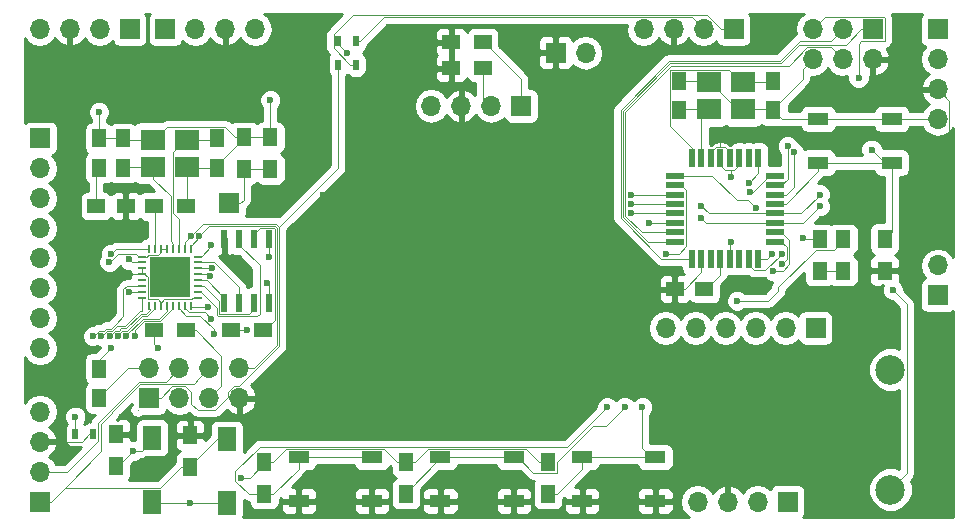
<source format=gtl>
G04 #@! TF.FileFunction,Copper,L1,Top,Signal*
%FSLAX46Y46*%
G04 Gerber Fmt 4.6, Leading zero omitted, Abs format (unit mm)*
G04 Created by KiCad (PCBNEW 4.0.6) date 09/01/17 10:43:57*
%MOMM*%
%LPD*%
G01*
G04 APERTURE LIST*
%ADD10C,0.100000*%
%ADD11R,1.700000X1.700000*%
%ADD12O,1.700000X1.700000*%
%ADD13R,0.700000X0.250000*%
%ADD14R,0.250000X0.700000*%
%ADD15R,1.725000X1.725000*%
%ADD16C,2.499360*%
%ADD17R,1.500000X1.250000*%
%ADD18R,1.250000X1.500000*%
%ADD19R,1.300000X1.500000*%
%ADD20R,0.500000X0.900000*%
%ADD21R,1.500000X1.300000*%
%ADD22R,1.800000X1.100000*%
%ADD23R,2.100000X1.800000*%
%ADD24R,0.600000X1.550000*%
%ADD25R,0.550000X1.600000*%
%ADD26R,1.600000X0.550000*%
%ADD27R,1.600000X2.000000*%
%ADD28C,0.600000*%
%ADD29C,0.254000*%
G04 APERTURE END LIST*
D10*
D11*
X112260000Y-114540000D03*
D12*
X112260000Y-112000000D03*
X114800000Y-114540000D03*
X114800000Y-112000000D03*
X117340000Y-114540000D03*
X117340000Y-112000000D03*
X119880000Y-114540000D03*
X119880000Y-112000000D03*
D13*
X111600000Y-102550000D03*
X111600000Y-103050000D03*
X111600000Y-103550000D03*
X111600000Y-104050000D03*
X111600000Y-104550000D03*
X111600000Y-105050000D03*
X111600000Y-105550000D03*
X111600000Y-106050000D03*
D14*
X112250000Y-106700000D03*
X112750000Y-106700000D03*
X113250000Y-106700000D03*
X113750000Y-106700000D03*
X114250000Y-106700000D03*
X114750000Y-106700000D03*
X115250000Y-106700000D03*
X115750000Y-106700000D03*
D13*
X116400000Y-106050000D03*
X116400000Y-105550000D03*
X116400000Y-105050000D03*
X116400000Y-104550000D03*
X116400000Y-104050000D03*
X116400000Y-103550000D03*
X116400000Y-103050000D03*
X116400000Y-102550000D03*
D14*
X115750000Y-101900000D03*
X115250000Y-101900000D03*
X114750000Y-101900000D03*
X114250000Y-101900000D03*
X113750000Y-101900000D03*
X113250000Y-101900000D03*
X112750000Y-101900000D03*
X112250000Y-101900000D03*
D15*
X114862500Y-105162500D03*
X114862500Y-103437500D03*
X113137500Y-105162500D03*
X113137500Y-103437500D03*
D11*
X119000000Y-98050000D03*
D16*
X175000000Y-112120000D03*
X175000000Y-122280000D03*
D17*
X156750000Y-105300000D03*
X159250000Y-105300000D03*
D18*
X157100000Y-87650000D03*
X157100000Y-90150000D03*
X165100000Y-90150000D03*
X165100000Y-87650000D03*
D17*
X107750000Y-98300000D03*
X110250000Y-98300000D03*
D18*
X108000000Y-92550000D03*
X108000000Y-95050000D03*
X108000000Y-114550000D03*
X108000000Y-112050000D03*
X110000000Y-92550000D03*
X110000000Y-95050000D03*
X118000000Y-95050000D03*
X118000000Y-92550000D03*
D19*
X171006554Y-103770242D03*
X171006554Y-101070242D03*
D20*
X128250000Y-86300000D03*
X129750000Y-86300000D03*
X128250000Y-84300000D03*
X129750000Y-84300000D03*
D19*
X120250000Y-95150000D03*
X120250000Y-92450000D03*
X122500000Y-95150000D03*
X122500000Y-92450000D03*
D11*
X179000000Y-105840000D03*
D12*
X179000000Y-103300000D03*
D19*
X122000000Y-122650000D03*
X122000000Y-119950000D03*
X134000000Y-122650000D03*
X134000000Y-119950000D03*
X146000000Y-122650000D03*
X146000000Y-119950000D03*
X169006554Y-103770242D03*
X169006554Y-101070242D03*
X174500000Y-101050000D03*
X174500000Y-103750000D03*
D21*
X121850000Y-108800000D03*
X119150000Y-108800000D03*
X112650000Y-108800000D03*
X115350000Y-108800000D03*
X115350000Y-98300000D03*
X112650000Y-98300000D03*
D22*
X124900000Y-119550000D03*
X131100000Y-119550000D03*
X124900000Y-123250000D03*
X131100000Y-123250000D03*
X136900000Y-119550000D03*
X143100000Y-119550000D03*
X136900000Y-123250000D03*
X143100000Y-123250000D03*
X148900000Y-119550000D03*
X155100000Y-119550000D03*
X148900000Y-123250000D03*
X155100000Y-123250000D03*
X168900000Y-90900000D03*
X175100000Y-90900000D03*
X168900000Y-94600000D03*
X175100000Y-94600000D03*
D23*
X159600000Y-90100000D03*
X162500000Y-90100000D03*
X162500000Y-87800000D03*
X159600000Y-87800000D03*
X112550000Y-94950000D03*
X115450000Y-94950000D03*
X115450000Y-92650000D03*
X112550000Y-92650000D03*
D11*
X173500000Y-83300000D03*
D12*
X173500000Y-85840000D03*
X170960000Y-83300000D03*
X170960000Y-85840000D03*
X168420000Y-83300000D03*
X168420000Y-85840000D03*
D24*
X118595000Y-106500000D03*
X119865000Y-106500000D03*
X121135000Y-106500000D03*
X122405000Y-106500000D03*
X122405000Y-101100000D03*
X121135000Y-101100000D03*
X119865000Y-101100000D03*
X118595000Y-101100000D03*
D11*
X168660000Y-108600000D03*
D12*
X166120000Y-108600000D03*
X163580000Y-108600000D03*
X161040000Y-108600000D03*
X158500000Y-108600000D03*
X155960000Y-108600000D03*
D11*
X103000000Y-92540000D03*
D12*
X103000000Y-95080000D03*
X103000000Y-97620000D03*
X103000000Y-100160000D03*
X103000000Y-102700000D03*
X103000000Y-105240000D03*
X103000000Y-107780000D03*
X103000000Y-110320000D03*
D25*
X163800000Y-94250000D03*
X163000000Y-94250000D03*
X162200000Y-94250000D03*
X161400000Y-94250000D03*
X160600000Y-94250000D03*
X159800000Y-94250000D03*
X159000000Y-94250000D03*
X158200000Y-94250000D03*
D26*
X156750000Y-95700000D03*
X156750000Y-96500000D03*
X156750000Y-97300000D03*
X156750000Y-98100000D03*
X156750000Y-98900000D03*
X156750000Y-99700000D03*
X156750000Y-100500000D03*
X156750000Y-101300000D03*
D25*
X158200000Y-102750000D03*
X159000000Y-102750000D03*
X159800000Y-102750000D03*
X160600000Y-102750000D03*
X161400000Y-102750000D03*
X162200000Y-102750000D03*
X163000000Y-102750000D03*
X163800000Y-102750000D03*
D26*
X165250000Y-101300000D03*
X165250000Y-100500000D03*
X165250000Y-99700000D03*
X165250000Y-98900000D03*
X165250000Y-98100000D03*
X165250000Y-97300000D03*
X165250000Y-96500000D03*
X165250000Y-95700000D03*
D11*
X110600000Y-83300000D03*
D12*
X108060000Y-83300000D03*
X105520000Y-83300000D03*
X102980000Y-83300000D03*
D11*
X161720000Y-83300000D03*
D12*
X159180000Y-83300000D03*
X156640000Y-83300000D03*
X154100000Y-83300000D03*
D11*
X143740000Y-89800000D03*
D12*
X141200000Y-89800000D03*
X138660000Y-89800000D03*
X136120000Y-89800000D03*
D27*
X112500000Y-123300000D03*
X112500000Y-117900000D03*
X118800000Y-123400000D03*
X118800000Y-118000000D03*
D20*
X107500000Y-117600000D03*
X106000000Y-117600000D03*
D19*
X115700000Y-120400000D03*
X115700000Y-117700000D03*
X109400000Y-120300000D03*
X109400000Y-117600000D03*
D11*
X146660000Y-85300000D03*
D12*
X149200000Y-85300000D03*
D21*
X137800000Y-84400000D03*
X140500000Y-84400000D03*
X137800000Y-86600000D03*
X140500000Y-86600000D03*
D11*
X113600000Y-83300000D03*
D12*
X116140000Y-83300000D03*
X118680000Y-83300000D03*
X121220000Y-83300000D03*
D11*
X103000000Y-123300000D03*
D12*
X103000000Y-120760000D03*
X103000000Y-118220000D03*
X103000000Y-115680000D03*
D11*
X166300000Y-123300000D03*
D12*
X163760000Y-123300000D03*
X161220000Y-123300000D03*
X158680000Y-123300000D03*
D11*
X179000000Y-83300000D03*
D12*
X179000000Y-85840000D03*
X179000000Y-88380000D03*
X179000000Y-90920000D03*
D28*
X110500000Y-102800000D03*
X115700000Y-123400000D03*
X114862500Y-103437500D03*
X122500000Y-89300000D03*
X161500000Y-95800000D03*
X167600000Y-101000000D03*
X161500000Y-101300000D03*
X120000000Y-121300000D03*
X108000000Y-90300000D03*
X122250000Y-104800000D03*
X126000000Y-95300000D03*
X127000000Y-97300000D03*
X126000000Y-103800000D03*
X120500000Y-103800000D03*
X116000000Y-87300000D03*
X108000000Y-87300000D03*
X173400000Y-93500000D03*
X172300000Y-87400000D03*
X115800000Y-100800000D03*
X106000000Y-116100000D03*
X110500000Y-105550000D03*
X110900000Y-119000000D03*
X116500000Y-100800000D03*
X129000000Y-85300000D03*
X117500000Y-101550000D03*
X117244301Y-106805699D03*
X111000000Y-109300000D03*
X110299997Y-109300000D03*
X109599994Y-109300000D03*
X108899991Y-109300000D03*
X108199988Y-109300000D03*
X107499985Y-109300000D03*
X166800000Y-93700000D03*
X166300000Y-93200000D03*
X163600000Y-98450000D03*
X151000000Y-115300000D03*
X153000000Y-97300000D03*
X152500000Y-115300000D03*
X153000000Y-98100000D03*
X154000000Y-115300000D03*
X153000000Y-98900000D03*
X120500000Y-108800000D03*
X117367130Y-104173932D03*
X122405001Y-102550000D03*
X117525010Y-103491967D03*
X165800000Y-102300000D03*
X165000000Y-102300000D03*
X165800000Y-103200000D03*
X165100000Y-103800000D03*
X156000000Y-102300000D03*
X109000000Y-102300000D03*
X113000000Y-110300000D03*
X175200000Y-105390000D03*
X163000000Y-96300000D03*
X163100000Y-97100000D03*
X108870001Y-103000003D03*
X109000000Y-110300000D03*
X159000000Y-99300000D03*
X169000000Y-98300000D03*
X117500000Y-107800000D03*
X159000000Y-98300000D03*
X169000000Y-97300000D03*
X117744669Y-109105331D03*
X162000000Y-106300000D03*
X154600000Y-99700000D03*
D10*
X111289999Y-115540001D02*
X111259999Y-115510001D01*
X120250000Y-95150000D02*
X120250000Y-97750000D01*
X120250000Y-97750000D02*
X119950000Y-98050000D01*
X119950000Y-98050000D02*
X119000000Y-98050000D01*
X122500000Y-95150000D02*
X120250000Y-95150000D01*
X111600000Y-103050000D02*
X110750000Y-103050000D01*
X110750000Y-103050000D02*
X110500000Y-102800000D01*
X115700000Y-123400000D02*
X112600000Y-123400000D01*
X112600000Y-123400000D02*
X112500000Y-123300000D01*
X118800000Y-123400000D02*
X115700000Y-123400000D01*
X112260000Y-112000000D02*
X110425000Y-112000000D01*
X110425000Y-112000000D02*
X108000000Y-114425000D01*
X108000000Y-114425000D02*
X108000000Y-114550000D01*
X175100000Y-90900000D02*
X178980000Y-90900000D01*
X178980000Y-90900000D02*
X179000000Y-90920000D01*
X114862500Y-105162500D02*
X114862500Y-103437500D01*
X113137500Y-103437500D02*
X114862500Y-103437500D01*
X113137500Y-105162500D02*
X114862500Y-105162500D01*
X122500000Y-89300000D02*
X122500000Y-89724264D01*
X122500000Y-89724264D02*
X122500000Y-92450000D01*
X161500000Y-95200001D02*
X161774999Y-95200001D01*
X161004999Y-95200001D02*
X161500000Y-95200001D01*
X161500000Y-95200001D02*
X161500000Y-95800000D01*
X169006554Y-101070242D02*
X167670242Y-101070242D01*
X167670242Y-101070242D02*
X167600000Y-101000000D01*
X174750000Y-90900000D02*
X175100000Y-90900000D01*
X169006554Y-101070242D02*
X169006554Y-100970242D01*
X161400000Y-102750000D02*
X161400000Y-101400000D01*
X161400000Y-101400000D02*
X161500000Y-101300000D01*
X165100000Y-90150000D02*
X165100000Y-90025000D01*
X165100000Y-90025000D02*
X167570001Y-87554999D01*
X167570001Y-87554999D02*
X167570001Y-86689999D01*
X167570001Y-86689999D02*
X168420000Y-85840000D01*
X168900000Y-90900000D02*
X165850000Y-90900000D01*
X165850000Y-90900000D02*
X165100000Y-90150000D01*
X175100000Y-90900000D02*
X168900000Y-90900000D01*
X122000000Y-119950000D02*
X122000000Y-120050000D01*
X122000000Y-120050000D02*
X120750000Y-121300000D01*
X120750000Y-121300000D02*
X120000000Y-121300000D01*
X134000000Y-119950000D02*
X134750000Y-119950000D01*
X134750000Y-119950000D02*
X135850001Y-118849999D01*
X135850001Y-118849999D02*
X144149999Y-118849999D01*
X144149999Y-118849999D02*
X145250000Y-119950000D01*
X145250000Y-119950000D02*
X146000000Y-119950000D01*
X122000000Y-119950000D02*
X122750000Y-119950000D01*
X132149999Y-118849999D02*
X133250000Y-119950000D01*
X122750000Y-119950000D02*
X123850001Y-118849999D01*
X123850001Y-118849999D02*
X132149999Y-118849999D01*
X133250000Y-119950000D02*
X134000000Y-119950000D01*
X112550000Y-92650000D02*
X112700000Y-92650000D01*
X112700000Y-92650000D02*
X113750001Y-91599999D01*
X113750001Y-91599999D02*
X118649999Y-91599999D01*
X118649999Y-91599999D02*
X119500000Y-92450000D01*
X119500000Y-92450000D02*
X120250000Y-92450000D01*
X108000000Y-92550000D02*
X108000000Y-90300000D01*
X160600000Y-94250000D02*
X160600000Y-94795002D01*
X160600000Y-94795002D02*
X161004999Y-95200001D01*
X161774999Y-95200001D02*
X162200000Y-94775000D01*
X162200000Y-94775000D02*
X162200000Y-94250000D01*
X162500000Y-90100000D02*
X165050000Y-90100000D01*
X165050000Y-90100000D02*
X165100000Y-90150000D01*
X159600000Y-87800000D02*
X159750000Y-87800000D01*
X159750000Y-87800000D02*
X162050000Y-90100000D01*
X162050000Y-90100000D02*
X162500000Y-90100000D01*
X157100000Y-87650000D02*
X159450000Y-87650000D01*
X159450000Y-87650000D02*
X159600000Y-87800000D01*
X115450000Y-94950000D02*
X115450000Y-98200000D01*
X115450000Y-98200000D02*
X115350000Y-98300000D01*
X110000000Y-92550000D02*
X109275000Y-92550000D01*
X109275000Y-92550000D02*
X108000000Y-92550000D01*
X112550000Y-92650000D02*
X110100000Y-92650000D01*
X110100000Y-92650000D02*
X110000000Y-92550000D01*
X118000000Y-95050000D02*
X115550000Y-95050000D01*
X115550000Y-95050000D02*
X115450000Y-94950000D01*
X120250000Y-92450000D02*
X120250000Y-92550000D01*
X120250000Y-92550000D02*
X118000000Y-94800000D01*
X118000000Y-94800000D02*
X118000000Y-95050000D01*
X122500000Y-92450000D02*
X121750000Y-92450000D01*
X121750000Y-92450000D02*
X120250000Y-92450000D01*
X122405000Y-106500000D02*
X122405000Y-104955000D01*
X122405000Y-104955000D02*
X122250000Y-104800000D01*
X137800000Y-84400000D02*
X137800000Y-85150000D01*
X137800000Y-85150000D02*
X137800000Y-86600000D01*
X107500000Y-117600000D02*
X107150000Y-117600000D01*
X107150000Y-117600000D02*
X106530000Y-118220000D01*
X106530000Y-118220000D02*
X104202081Y-118220000D01*
X104202081Y-118220000D02*
X103000000Y-118220000D01*
X179000000Y-88380000D02*
X180000001Y-89380001D01*
X180000001Y-89380001D02*
X180000001Y-93299999D01*
X126000000Y-103800000D02*
X126000000Y-98300000D01*
X126000000Y-98300000D02*
X127000000Y-97300000D01*
X115824999Y-106175001D02*
X115950000Y-106050000D01*
X115950000Y-106050000D02*
X116400000Y-106050000D01*
X111600000Y-104050000D02*
X110000000Y-104050000D01*
X160600000Y-93299999D02*
X160974999Y-93299999D01*
X160204999Y-93299999D02*
X160600000Y-93299999D01*
X160600000Y-93299999D02*
X160600000Y-92700000D01*
X156750000Y-105300000D02*
X157594999Y-105300000D01*
X157594999Y-105300000D02*
X159000000Y-103894999D01*
X159000000Y-103894999D02*
X159000000Y-103650000D01*
X159000000Y-103650000D02*
X159000000Y-102750000D01*
X161400000Y-93725000D02*
X161400000Y-94250000D01*
X120420000Y-103800000D02*
X120500000Y-103800000D01*
X118595000Y-101100000D02*
X118595000Y-101975000D01*
X118595000Y-101975000D02*
X120420000Y-103800000D01*
X110000000Y-104050000D02*
X110000000Y-104300000D01*
X110000000Y-104300000D02*
X110200000Y-104500000D01*
X159800000Y-94250000D02*
X159800000Y-93704998D01*
X159800000Y-93704998D02*
X160204999Y-93299999D01*
X160974999Y-93299999D02*
X161400000Y-93725000D01*
X113250000Y-106700000D02*
X113250000Y-106454998D01*
X113250000Y-106454998D02*
X113529997Y-106175001D01*
X113529997Y-106175001D02*
X115824999Y-106175001D01*
X113250000Y-106454998D02*
X112970003Y-106175001D01*
X112970003Y-106175001D02*
X112154999Y-106175001D01*
X112154999Y-106175001D02*
X112100001Y-106120003D01*
X112100001Y-106120003D02*
X112100001Y-104325001D01*
X112100001Y-104325001D02*
X111825000Y-104050000D01*
X111825000Y-104050000D02*
X111600000Y-104050000D01*
X111600000Y-104050000D02*
X111600000Y-103550000D01*
X108000000Y-87300000D02*
X116000000Y-87300000D01*
X160600000Y-102750000D02*
X160600000Y-104075000D01*
X160600000Y-104075000D02*
X159375000Y-105300000D01*
X159375000Y-105300000D02*
X159250000Y-105300000D01*
X162500000Y-87800000D02*
X164950000Y-87800000D01*
X164950000Y-87800000D02*
X165100000Y-87650000D01*
X158200000Y-94250000D02*
X158200000Y-93350000D01*
X158200000Y-93350000D02*
X156324999Y-91474999D01*
X156324999Y-86779999D02*
X156354999Y-86749999D01*
X156324999Y-91474999D02*
X156324999Y-86779999D01*
X156354999Y-86749999D02*
X161299999Y-86749999D01*
X161299999Y-86749999D02*
X162350000Y-87800000D01*
X162350000Y-87800000D02*
X162500000Y-87800000D01*
X159600000Y-90100000D02*
X157150000Y-90100000D01*
X157150000Y-90100000D02*
X157100000Y-90150000D01*
X159000000Y-94250000D02*
X159000000Y-90700000D01*
X159000000Y-90700000D02*
X159600000Y-90100000D01*
X114750000Y-101900000D02*
X114750000Y-99370002D01*
X114750000Y-99370002D02*
X114249999Y-98870001D01*
X114249999Y-98870001D02*
X114249999Y-93700001D01*
X114249999Y-93700001D02*
X115300000Y-92650000D01*
X115300000Y-92650000D02*
X115450000Y-92650000D01*
X115450000Y-92650000D02*
X117900000Y-92650000D01*
X117900000Y-92650000D02*
X118000000Y-92550000D01*
X112550000Y-94950000D02*
X112550000Y-95950000D01*
X112550000Y-95950000D02*
X114049989Y-97449989D01*
X114049989Y-97449989D02*
X114049989Y-101249989D01*
X114049989Y-101249989D02*
X114250000Y-101450000D01*
X114250000Y-101450000D02*
X114250000Y-101900000D01*
X112700000Y-94950000D02*
X112550000Y-94950000D01*
X112550000Y-94950000D02*
X110100000Y-94950000D01*
X110100000Y-94950000D02*
X110000000Y-95050000D01*
X171006554Y-103770242D02*
X170256554Y-103770242D01*
X170256554Y-103770242D02*
X169006554Y-103770242D01*
X156750000Y-101300000D02*
X154451142Y-101300000D01*
X165699990Y-86199990D02*
X167259991Y-84639989D01*
X154451142Y-101300000D02*
X152349989Y-99198847D01*
X152349989Y-99198847D02*
X152349989Y-90189297D01*
X167259991Y-84639989D02*
X171210011Y-84639989D01*
X152349989Y-90189297D02*
X156339296Y-86199990D01*
X171210011Y-84639989D02*
X172550000Y-83300000D01*
X156339296Y-86199990D02*
X165699990Y-86199990D01*
X172550000Y-83300000D02*
X173500000Y-83300000D01*
X156750000Y-101300000D02*
X156225000Y-101300000D01*
X158200000Y-102750000D02*
X155618286Y-102750000D01*
X152149979Y-99281693D02*
X152149979Y-90106451D01*
X152149979Y-90106451D02*
X156256450Y-85999980D01*
X155618286Y-102750000D02*
X152149979Y-99281693D01*
X167317123Y-84300001D02*
X169959999Y-84300001D01*
X156256450Y-85999980D02*
X165617144Y-85999980D01*
X165617144Y-85999980D02*
X167317123Y-84300001D01*
X169959999Y-84300001D02*
X170960000Y-83300000D01*
X156750000Y-100500000D02*
X153933998Y-100500000D01*
X153933998Y-100500000D02*
X152549999Y-99116001D01*
X152549999Y-90272143D02*
X156422142Y-86400000D01*
X152549999Y-99116001D02*
X152549999Y-90272143D01*
X156422142Y-86400000D02*
X166379998Y-86400000D01*
X166379998Y-86400000D02*
X167939999Y-84839999D01*
X167939999Y-84839999D02*
X169959999Y-84839999D01*
X169959999Y-84839999D02*
X170110001Y-84990001D01*
X170110001Y-84990001D02*
X170960000Y-85840000D01*
X156750000Y-100500000D02*
X156204998Y-100500000D01*
X168900000Y-94600000D02*
X175100000Y-94600000D01*
X165250000Y-98100000D02*
X166150000Y-98100000D01*
X166150000Y-98100000D02*
X168900000Y-95350000D01*
X168900000Y-95350000D02*
X168900000Y-95250000D01*
X168900000Y-95250000D02*
X168900000Y-94600000D01*
X168550000Y-94600000D02*
X168900000Y-94600000D01*
X165250000Y-98100000D02*
X165775000Y-98100000D01*
X173400000Y-93500000D02*
X174500000Y-94600000D01*
X174500000Y-94600000D02*
X175100000Y-94600000D01*
X168420000Y-83300000D02*
X169420001Y-82299999D01*
X172529999Y-84300001D02*
X172300000Y-84530000D01*
X169420001Y-82299999D02*
X174470001Y-82299999D01*
X174470001Y-82299999D02*
X174500001Y-82329999D01*
X174470001Y-84300001D02*
X172529999Y-84300001D01*
X174500001Y-82329999D02*
X174500001Y-84270001D01*
X172300000Y-84530000D02*
X172300000Y-87400000D01*
X174500001Y-84270001D02*
X174470001Y-84300001D01*
X175100000Y-94600000D02*
X175100000Y-100450000D01*
X175100000Y-100450000D02*
X174500000Y-101050000D01*
X115280001Y-113539999D02*
X114210001Y-113539999D01*
X115800001Y-114059999D02*
X115280001Y-113539999D01*
X114210001Y-113539999D02*
X113210000Y-114540000D01*
X113210000Y-114540000D02*
X112260000Y-114540000D01*
X112250000Y-114550000D02*
X112260000Y-114540000D01*
X115250000Y-101900000D02*
X115250000Y-101350000D01*
X115800000Y-100800000D02*
X116825021Y-99774979D01*
X116825021Y-99774979D02*
X122990693Y-99774979D01*
X115250000Y-101350000D02*
X115800000Y-100800000D01*
X122990693Y-99774979D02*
X123255021Y-100039307D01*
X117820001Y-115540001D02*
X116340001Y-115540001D01*
X123255021Y-100039307D02*
X123255021Y-110109916D01*
X123255021Y-110109916D02*
X119824938Y-113539999D01*
X119824938Y-113539999D02*
X119399999Y-113539999D01*
X119399999Y-113539999D02*
X118879999Y-114059999D01*
X118879999Y-114059999D02*
X118879999Y-114480003D01*
X118879999Y-114480003D02*
X117820001Y-115540001D01*
X128250000Y-95044328D02*
X123255021Y-100039307D01*
X115800001Y-115000001D02*
X115800001Y-114059999D01*
X116340001Y-115540001D02*
X115800001Y-115000001D01*
X128250000Y-86300000D02*
X128250000Y-95044328D01*
X106000000Y-116100000D02*
X106000000Y-117600000D01*
X111600000Y-105550000D02*
X110500000Y-105550000D01*
X110900000Y-119000000D02*
X111600000Y-119000000D01*
X111600000Y-119000000D02*
X112500000Y-118100000D01*
X112500000Y-118100000D02*
X112500000Y-117900000D01*
X110900000Y-119000000D02*
X109600000Y-120300000D01*
X109600000Y-120300000D02*
X109400000Y-120300000D01*
X115350000Y-108800000D02*
X116200000Y-108800000D01*
X116200000Y-108800000D02*
X118340001Y-110940001D01*
X118340001Y-110940001D02*
X118340001Y-113539999D01*
X118340001Y-113539999D02*
X118189999Y-113690001D01*
X118189999Y-113690001D02*
X117340000Y-114540000D01*
X116080000Y-108800000D02*
X115350000Y-108800000D01*
X122907847Y-99974989D02*
X123055011Y-100122153D01*
X116500000Y-100800000D02*
X117325011Y-99974989D01*
X117325011Y-99974989D02*
X122907847Y-99974989D01*
X116500000Y-100925000D02*
X116500000Y-100800000D01*
X123055011Y-100122153D02*
X123055011Y-110027070D01*
X123055011Y-110027070D02*
X121082081Y-112000000D01*
X129000000Y-85300000D02*
X128250000Y-84550000D01*
X128250000Y-84550000D02*
X128250000Y-84300000D01*
X121082081Y-112000000D02*
X119880000Y-112000000D01*
X115750000Y-101900000D02*
X115750000Y-101675000D01*
X115750000Y-101675000D02*
X116500000Y-100925000D01*
X116400000Y-102550000D02*
X116625000Y-102550000D01*
X116625000Y-102550000D02*
X117500000Y-101675000D01*
X117500000Y-101675000D02*
X117500000Y-101550000D01*
X117244301Y-106805699D02*
X115855699Y-106805699D01*
X115855699Y-106805699D02*
X115750000Y-106700000D01*
X115850000Y-106800000D02*
X115750000Y-106700000D01*
X114250000Y-106700000D02*
X114250000Y-106925000D01*
X114250000Y-106925000D02*
X113175001Y-107999999D01*
X113175001Y-107999999D02*
X111779999Y-107999999D01*
X111779999Y-107999999D02*
X111000000Y-108779998D01*
X111000000Y-108779998D02*
X111000000Y-109300000D01*
X113092155Y-107799989D02*
X111697153Y-107799989D01*
X111697153Y-107799989D02*
X110299997Y-109197145D01*
X110299997Y-109197145D02*
X110299997Y-109300000D01*
X113750000Y-107142144D02*
X113092155Y-107799989D01*
X113750000Y-106700000D02*
X113750000Y-107142144D01*
X110382143Y-108832143D02*
X109967857Y-108832143D01*
X109967857Y-108832143D02*
X109599994Y-109200006D01*
X109599994Y-109200006D02*
X109599994Y-109300000D01*
X112750000Y-106925000D02*
X112075021Y-107599979D01*
X112075021Y-107599979D02*
X111614307Y-107599979D01*
X111614307Y-107599979D02*
X110382143Y-108832143D01*
X112750000Y-106700000D02*
X112750000Y-106925000D01*
X109667145Y-108849999D02*
X109383993Y-108849999D01*
X109383993Y-108849999D02*
X108933992Y-109300000D01*
X108933992Y-109300000D02*
X108899991Y-109300000D01*
X109885009Y-108632135D02*
X109667145Y-108849999D01*
X110299297Y-108632133D02*
X109885011Y-108632133D01*
X109885011Y-108632133D02*
X109885009Y-108632135D01*
X111531459Y-107399971D02*
X110299297Y-108632133D01*
X111992175Y-107399969D02*
X111531461Y-107399969D01*
X111531461Y-107399969D02*
X111531459Y-107399971D01*
X112300000Y-107092144D02*
X111992175Y-107399969D01*
X112250000Y-106700000D02*
X112250000Y-106925000D01*
X112250000Y-106925000D02*
X112300000Y-106975000D01*
X112300000Y-106975000D02*
X112300000Y-107092144D01*
X109101137Y-108849999D02*
X108683990Y-108849999D01*
X108683990Y-108849999D02*
X108233989Y-109300000D01*
X108233989Y-109300000D02*
X108199988Y-109300000D01*
X109125568Y-108825568D02*
X109101137Y-108849999D01*
X110216451Y-108432123D02*
X109519013Y-108432123D01*
X109519013Y-108432123D02*
X109125568Y-108825568D01*
X111448611Y-107199963D02*
X110216451Y-108432123D01*
X111448615Y-107199959D02*
X111448611Y-107199963D01*
X111600000Y-107048574D02*
X111600000Y-107150000D01*
X111600000Y-107150000D02*
X111550041Y-107199959D01*
X111550041Y-107199959D02*
X111448615Y-107199959D01*
X111600000Y-106050000D02*
X111600000Y-107048574D01*
X108401134Y-108849999D02*
X107983987Y-108849999D01*
X107983987Y-108849999D02*
X107533986Y-109300000D01*
X107533986Y-109300000D02*
X107499985Y-109300000D01*
X108601142Y-108649991D02*
X108401134Y-108849999D01*
X109436165Y-108232115D02*
X109018291Y-108649989D01*
X109018291Y-108649989D02*
X108601144Y-108649989D01*
X108601144Y-108649989D02*
X108601142Y-108649991D01*
X110050000Y-107618280D02*
X109436165Y-108232115D01*
X111600000Y-105050000D02*
X110333998Y-105050000D01*
X110333998Y-105050000D02*
X110050000Y-105333998D01*
X110050000Y-105333998D02*
X110050000Y-107618280D01*
X166150000Y-97300000D02*
X165250000Y-97300000D01*
X166800000Y-96650000D02*
X166150000Y-97300000D01*
X166800000Y-93700000D02*
X166800000Y-96650000D01*
X129400000Y-86300000D02*
X129750000Y-86300000D01*
X161720000Y-83300000D02*
X160680002Y-83300000D01*
X160680002Y-83300000D02*
X159479991Y-82099989D01*
X159479991Y-82099989D02*
X129480009Y-82099989D01*
X129480009Y-82099989D02*
X127849999Y-83729999D01*
X127849999Y-83729999D02*
X127849999Y-84870001D01*
X127849999Y-84870001D02*
X129279998Y-86300000D01*
X129279998Y-86300000D02*
X129400000Y-86300000D01*
X159200000Y-83300000D02*
X158199999Y-82299999D01*
X158199999Y-82299999D02*
X132100001Y-82299999D01*
X132100001Y-82299999D02*
X130100000Y-84300000D01*
X166300000Y-95975000D02*
X166300000Y-93200000D01*
X130100000Y-84300000D02*
X129750000Y-84300000D01*
X165775000Y-96500000D02*
X166300000Y-95975000D01*
X165250000Y-96500000D02*
X165775000Y-96500000D01*
X162000000Y-97800000D02*
X162950000Y-97800000D01*
X162950000Y-97800000D02*
X163600000Y-98450000D01*
X162000000Y-97800000D02*
X159900000Y-95700000D01*
X159900000Y-95700000D02*
X156750000Y-95700000D01*
X151000000Y-115300000D02*
X147650011Y-118649989D01*
X147650011Y-118649989D02*
X121630009Y-118649989D01*
X121630009Y-118649989D02*
X119549999Y-120729999D01*
X119549999Y-120729999D02*
X119549999Y-121516001D01*
X120683998Y-122650000D02*
X121250000Y-122650000D01*
X119549999Y-121516001D02*
X120683998Y-122650000D01*
X121250000Y-122650000D02*
X122000000Y-122650000D01*
X156750000Y-97300000D02*
X153000000Y-97300000D01*
X131100000Y-119550000D02*
X124900000Y-119550000D01*
X122000000Y-122650000D02*
X122750000Y-122650000D01*
X122750000Y-122650000D02*
X124900000Y-120500000D01*
X124900000Y-120500000D02*
X124900000Y-120200000D01*
X124900000Y-120200000D02*
X124900000Y-119550000D01*
X152500000Y-115300000D02*
X150900000Y-116900000D01*
X150900000Y-116900000D02*
X149829998Y-116900000D01*
X149829998Y-116900000D02*
X146800001Y-119929997D01*
X146800001Y-119929997D02*
X146800001Y-120820001D01*
X146800001Y-120820001D02*
X146770001Y-120850001D01*
X146770001Y-120850001D02*
X144750001Y-120850001D01*
X144750001Y-120850001D02*
X143450000Y-119550000D01*
X143450000Y-119550000D02*
X143100000Y-119550000D01*
X156750000Y-98100000D02*
X153000000Y-98100000D01*
X136900000Y-119550000D02*
X143100000Y-119550000D01*
X134000000Y-122650000D02*
X134000000Y-122550000D01*
X134000000Y-122550000D02*
X136900000Y-119650000D01*
X136900000Y-119650000D02*
X136900000Y-119550000D01*
X154000000Y-115300000D02*
X154000000Y-118800000D01*
X154000000Y-118800000D02*
X154750000Y-119550000D01*
X154750000Y-119550000D02*
X155100000Y-119550000D01*
X156750000Y-98900000D02*
X153000000Y-98900000D01*
X148900000Y-119550000D02*
X155100000Y-119550000D01*
X146000000Y-122650000D02*
X146750000Y-122650000D01*
X148900000Y-120500000D02*
X148900000Y-120200000D01*
X146750000Y-122650000D02*
X148900000Y-120500000D01*
X148900000Y-120200000D02*
X148900000Y-119550000D01*
X121135000Y-101100000D02*
X121135000Y-100625000D01*
X121135000Y-100625000D02*
X121585001Y-100174999D01*
X122855001Y-107894999D02*
X121950000Y-108800000D01*
X121585001Y-100174999D02*
X122825001Y-100174999D01*
X121950000Y-108800000D02*
X121850000Y-108800000D01*
X122825001Y-100174999D02*
X122855001Y-100204999D01*
X122855001Y-100204999D02*
X122855001Y-107894999D01*
X120500000Y-108800000D02*
X119150000Y-108800000D01*
X116400000Y-104050000D02*
X117243198Y-104050000D01*
X117243198Y-104050000D02*
X117367130Y-104173932D01*
X116400000Y-105550000D02*
X116625000Y-105550000D01*
X121585001Y-103295001D02*
X119865000Y-101575000D01*
X116625000Y-105550000D02*
X117944989Y-106869989D01*
X117944989Y-106869989D02*
X117944989Y-107477847D01*
X117944989Y-107477847D02*
X118092153Y-107625011D01*
X121354991Y-107625011D02*
X121585001Y-107395001D01*
X119865000Y-101575000D02*
X119865000Y-101100000D01*
X118092153Y-107625011D02*
X121354991Y-107625011D01*
X121585001Y-107395001D02*
X121585001Y-103295001D01*
X116400000Y-105050000D02*
X116850000Y-105050000D01*
X116850000Y-105050000D02*
X118144999Y-106344999D01*
X118144999Y-106344999D02*
X118144999Y-107395001D01*
X118144999Y-107395001D02*
X118174999Y-107425001D01*
X118174999Y-107425001D02*
X120684999Y-107425001D01*
X120684999Y-107425001D02*
X121135000Y-106975000D01*
X121135000Y-106975000D02*
X121135000Y-106500000D01*
X116400000Y-104550000D02*
X117120000Y-104550000D01*
X117120000Y-104550000D02*
X118595000Y-106025000D01*
X118595000Y-106025000D02*
X118595000Y-106500000D01*
X122405001Y-102550000D02*
X122405000Y-102125735D01*
X122405000Y-102125735D02*
X122405000Y-101100000D01*
X116400000Y-103550000D02*
X117466977Y-103550000D01*
X117466977Y-103550000D02*
X117525010Y-103491967D01*
X116400000Y-103050000D02*
X117300975Y-103050000D01*
X117300975Y-103050000D02*
X117309009Y-103041966D01*
X117309009Y-103041966D02*
X117741011Y-103041966D01*
X117741011Y-103041966D02*
X119865000Y-105165955D01*
X119865000Y-105165955D02*
X119865000Y-105625000D01*
X119865000Y-105625000D02*
X119865000Y-106500000D01*
X119865000Y-106025000D02*
X119865000Y-106500000D01*
X163000000Y-102750000D02*
X163000000Y-103275000D01*
X163000000Y-103275000D02*
X163425001Y-103700001D01*
X163425001Y-103700001D02*
X164399999Y-103700001D01*
X164399999Y-103700001D02*
X165800000Y-102300000D01*
X163800000Y-102750000D02*
X164550000Y-102750000D01*
X164550000Y-102750000D02*
X165000000Y-102300000D01*
X165250000Y-101300000D02*
X165775000Y-101300000D01*
X165775000Y-101300000D02*
X166250001Y-101775001D01*
X166250001Y-101775001D02*
X166250001Y-102749999D01*
X166250001Y-102749999D02*
X165800000Y-103200000D01*
X165250000Y-100500000D02*
X165775000Y-100500000D01*
X166450011Y-103215991D02*
X165866002Y-103800000D01*
X165775000Y-100500000D02*
X166450011Y-101175011D01*
X166450011Y-101175011D02*
X166450011Y-103215991D01*
X165866002Y-103800000D02*
X165100000Y-103800000D01*
X156750000Y-96500000D02*
X157275000Y-96500000D01*
X157275000Y-96500000D02*
X157700001Y-96925001D01*
X157700001Y-96925001D02*
X157700001Y-101695001D01*
X157700001Y-101695001D02*
X157095002Y-102300000D01*
X157095002Y-102300000D02*
X156000000Y-102300000D01*
X113000000Y-110300000D02*
X112650000Y-109950000D01*
X109400000Y-101900000D02*
X109000000Y-102300000D01*
X112250000Y-101900000D02*
X109400000Y-101900000D01*
X112650000Y-109950000D02*
X112650000Y-108800000D01*
X112550000Y-108800000D02*
X112650000Y-108800000D01*
X112750000Y-101900000D02*
X112750000Y-98400000D01*
X112750000Y-98400000D02*
X112650000Y-98300000D01*
X175200000Y-105390000D02*
X176399681Y-106589681D01*
X176399681Y-106589681D02*
X176399681Y-120880319D01*
X176249679Y-121030321D02*
X175000000Y-122280000D01*
X176399681Y-120880319D02*
X176249679Y-121030321D01*
X163000000Y-96300000D02*
X163800000Y-95500000D01*
X163800000Y-95500000D02*
X163800000Y-94250000D01*
X165250000Y-95700000D02*
X164725000Y-95700000D01*
X164725000Y-95700000D02*
X163325000Y-97100000D01*
X163325000Y-97100000D02*
X163100000Y-97100000D01*
X107750000Y-98300000D02*
X107750000Y-95300000D01*
X107750000Y-95300000D02*
X108000000Y-95050000D01*
X108000000Y-98050000D02*
X107750000Y-98300000D01*
X108965999Y-103000003D02*
X108870001Y-103000003D01*
X109641002Y-102325000D02*
X108965999Y-103000003D01*
X111150000Y-102325000D02*
X109641002Y-102325000D01*
X111375000Y-102550000D02*
X111150000Y-102325000D01*
X111600000Y-102550000D02*
X111375000Y-102550000D01*
X109000000Y-110300000D02*
X108000000Y-111300000D01*
X108000000Y-111300000D02*
X108000000Y-112050000D01*
X113250000Y-101900000D02*
X113250000Y-102145002D01*
X113250000Y-102145002D02*
X112970003Y-102424999D01*
X112970003Y-102424999D02*
X112175001Y-102424999D01*
X112175001Y-102424999D02*
X112050000Y-102550000D01*
X112050000Y-102550000D02*
X111600000Y-102550000D01*
X113250000Y-101900000D02*
X113750000Y-101900000D01*
X140500000Y-84400000D02*
X140600000Y-84400000D01*
X140600000Y-84400000D02*
X143740000Y-87540000D01*
X143740000Y-87540000D02*
X143740000Y-88850000D01*
X143740000Y-88850000D02*
X143740000Y-89800000D01*
X115700000Y-120400000D02*
X115700000Y-120300000D01*
X115700000Y-120300000D02*
X118000000Y-118000000D01*
X118000000Y-118000000D02*
X118800000Y-118000000D01*
X109100000Y-115800000D02*
X109100000Y-115729998D01*
X109100000Y-115729998D02*
X111490009Y-113339989D01*
X111490009Y-113339989D02*
X116000011Y-113339989D01*
X116000011Y-113339989D02*
X116490001Y-112849999D01*
X116490001Y-112849999D02*
X117340000Y-112000000D01*
X108200000Y-116700000D02*
X109100000Y-115800000D01*
X108200000Y-119050000D02*
X108200000Y-116700000D01*
X105100001Y-122149999D02*
X108200000Y-119050000D01*
X103000000Y-123300000D02*
X103950000Y-123300000D01*
X103950000Y-123300000D02*
X105100001Y-122149999D01*
X114950000Y-120400000D02*
X115700000Y-120400000D01*
X105100001Y-122149999D02*
X113200001Y-122149999D01*
X113200001Y-122149999D02*
X114950000Y-120400000D01*
X165250000Y-99700000D02*
X159400000Y-99700000D01*
X159400000Y-99700000D02*
X159000000Y-99300000D01*
X165250000Y-99700000D02*
X167600000Y-99700000D01*
X167600000Y-99700000D02*
X169000000Y-98300000D01*
X115575000Y-107250000D02*
X116950000Y-107250000D01*
X116950000Y-107250000D02*
X117500000Y-107800000D01*
X115250000Y-106700000D02*
X115250000Y-106925000D01*
X115250000Y-106925000D02*
X115575000Y-107250000D01*
X140500000Y-86600000D02*
X140500000Y-89100000D01*
X140500000Y-89100000D02*
X141200000Y-89800000D01*
X114800000Y-112000000D02*
X113660021Y-113139979D01*
X113660021Y-113139979D02*
X111407163Y-113139979D01*
X107900001Y-118170001D02*
X105310002Y-120760000D01*
X111407163Y-113139979D02*
X107900001Y-116647141D01*
X107900001Y-116647141D02*
X107900001Y-118170001D01*
X105310002Y-120760000D02*
X104202081Y-120760000D01*
X104202081Y-120760000D02*
X103000000Y-120760000D01*
X165250000Y-98900000D02*
X159600000Y-98900000D01*
X159600000Y-98900000D02*
X159000000Y-98300000D01*
X165250000Y-98900000D02*
X167400000Y-98900000D01*
X167400000Y-98900000D02*
X169000000Y-97300000D01*
X115375000Y-107550000D02*
X116583998Y-107550000D01*
X116583998Y-107550000D02*
X117744669Y-108710671D01*
X117744669Y-108710671D02*
X117744669Y-109105331D01*
X114750000Y-106700000D02*
X114750000Y-106925000D01*
X114750000Y-106925000D02*
X115375000Y-107550000D01*
X162000000Y-106300000D02*
X164650000Y-106300000D01*
X164650000Y-106300000D02*
X165500000Y-105450000D01*
X165500000Y-105450000D02*
X165500000Y-105300000D01*
X156750000Y-99700000D02*
X154600000Y-99700000D01*
X165500000Y-105300000D02*
X165500000Y-105150000D01*
X165500000Y-105150000D02*
X168679757Y-101970243D01*
X168679757Y-101970243D02*
X170206553Y-101970243D01*
X170206553Y-101970243D02*
X171006554Y-101170242D01*
X171006554Y-101170242D02*
X171006554Y-101070242D01*
D29*
G36*
X167369946Y-82220853D02*
X167048039Y-82702622D01*
X166935000Y-83270907D01*
X166935000Y-83329093D01*
X167008430Y-83698251D01*
X166832755Y-83815633D01*
X165333408Y-85314980D01*
X156256450Y-85314980D01*
X155994312Y-85367123D01*
X155772082Y-85515612D01*
X151665611Y-89622083D01*
X151517122Y-89844313D01*
X151464979Y-90106451D01*
X151464979Y-99281693D01*
X151517122Y-99543831D01*
X151665611Y-99766061D01*
X155133918Y-103234368D01*
X155356148Y-103382857D01*
X155618286Y-103435000D01*
X157277560Y-103435000D01*
X157277560Y-103550000D01*
X157321838Y-103785317D01*
X157460910Y-104001441D01*
X157517343Y-104040000D01*
X157035750Y-104040000D01*
X156877000Y-104198750D01*
X156877000Y-105173000D01*
X156897000Y-105173000D01*
X156897000Y-105427000D01*
X156877000Y-105427000D01*
X156877000Y-106401250D01*
X157035750Y-106560000D01*
X157626309Y-106560000D01*
X157859698Y-106463327D01*
X158000936Y-106322090D01*
X158035910Y-106376441D01*
X158248110Y-106521431D01*
X158500000Y-106572440D01*
X160000000Y-106572440D01*
X160235317Y-106528162D01*
X160451441Y-106389090D01*
X160596431Y-106176890D01*
X160647440Y-105925000D01*
X160647440Y-104996296D01*
X161084368Y-104559368D01*
X161232857Y-104337138D01*
X161260645Y-104197440D01*
X161675000Y-104197440D01*
X161804589Y-104173056D01*
X161925000Y-104197440D01*
X162475000Y-104197440D01*
X162604589Y-104173056D01*
X162725000Y-104197440D01*
X162960195Y-104197440D01*
X163162863Y-104332858D01*
X163425001Y-104385001D01*
X164362843Y-104385001D01*
X164569673Y-104592192D01*
X164913201Y-104734838D01*
X164969357Y-104734887D01*
X164867143Y-104887862D01*
X164815000Y-105150000D01*
X164815000Y-105166264D01*
X164366264Y-105615000D01*
X162637332Y-105615000D01*
X162530327Y-105507808D01*
X162186799Y-105365162D01*
X161814833Y-105364838D01*
X161471057Y-105506883D01*
X161207808Y-105769673D01*
X161065162Y-106113201D01*
X161064838Y-106485167D01*
X161206883Y-106828943D01*
X161469673Y-107092192D01*
X161813201Y-107234838D01*
X162185167Y-107235162D01*
X162528943Y-107093117D01*
X162637249Y-106985000D01*
X164650000Y-106985000D01*
X164912138Y-106932857D01*
X165134368Y-106784368D01*
X165984368Y-105934368D01*
X166132857Y-105712138D01*
X166185000Y-105450000D01*
X166185000Y-105433736D01*
X167709114Y-103909622D01*
X167709114Y-104520242D01*
X167753392Y-104755559D01*
X167892464Y-104971683D01*
X168104664Y-105116673D01*
X168356554Y-105167682D01*
X169656554Y-105167682D01*
X169891871Y-105123404D01*
X170006532Y-105049622D01*
X170104664Y-105116673D01*
X170356554Y-105167682D01*
X171656554Y-105167682D01*
X171891871Y-105123404D01*
X172107995Y-104984332D01*
X172252985Y-104772132D01*
X172303994Y-104520242D01*
X172303994Y-103020242D01*
X172259716Y-102784925D01*
X172120644Y-102568801D01*
X171908444Y-102423811D01*
X171895357Y-102421161D01*
X172107995Y-102284332D01*
X172252985Y-102072132D01*
X172303994Y-101820242D01*
X172303994Y-100320242D01*
X172259716Y-100084925D01*
X172120644Y-99868801D01*
X171908444Y-99723811D01*
X171656554Y-99672802D01*
X170356554Y-99672802D01*
X170121237Y-99717080D01*
X170006576Y-99790862D01*
X169908444Y-99723811D01*
X169656554Y-99672802D01*
X168595934Y-99672802D01*
X169033706Y-99235030D01*
X169185167Y-99235162D01*
X169528943Y-99093117D01*
X169792192Y-98830327D01*
X169934838Y-98486799D01*
X169935162Y-98114833D01*
X169804931Y-97799649D01*
X169934838Y-97486799D01*
X169935162Y-97114833D01*
X169793117Y-96771057D01*
X169530327Y-96507808D01*
X169186799Y-96365162D01*
X168853864Y-96364872D01*
X169384368Y-95834368D01*
X169409042Y-95797440D01*
X169800000Y-95797440D01*
X170035317Y-95753162D01*
X170251441Y-95614090D01*
X170396431Y-95401890D01*
X170420102Y-95285000D01*
X173577962Y-95285000D01*
X173596838Y-95385317D01*
X173735910Y-95601441D01*
X173948110Y-95746431D01*
X174200000Y-95797440D01*
X174415000Y-95797440D01*
X174415000Y-99652560D01*
X173850000Y-99652560D01*
X173614683Y-99696838D01*
X173398559Y-99835910D01*
X173253569Y-100048110D01*
X173202560Y-100300000D01*
X173202560Y-101800000D01*
X173246838Y-102035317D01*
X173385910Y-102251441D01*
X173598110Y-102396431D01*
X173631490Y-102403191D01*
X173490301Y-102461673D01*
X173311673Y-102640302D01*
X173215000Y-102873691D01*
X173215000Y-103464250D01*
X173373750Y-103623000D01*
X174373000Y-103623000D01*
X174373000Y-103603000D01*
X174627000Y-103603000D01*
X174627000Y-103623000D01*
X175626250Y-103623000D01*
X175785000Y-103464250D01*
X175785000Y-102873691D01*
X175688327Y-102640302D01*
X175509699Y-102461673D01*
X175373713Y-102405346D01*
X175385317Y-102403162D01*
X175601441Y-102264090D01*
X175746431Y-102051890D01*
X175797440Y-101800000D01*
X175797440Y-100300000D01*
X175785000Y-100233887D01*
X175785000Y-95797440D01*
X176000000Y-95797440D01*
X176235317Y-95753162D01*
X176451441Y-95614090D01*
X176596431Y-95401890D01*
X176647440Y-95150000D01*
X176647440Y-94050000D01*
X176603162Y-93814683D01*
X176464090Y-93598559D01*
X176251890Y-93453569D01*
X176000000Y-93402560D01*
X174335086Y-93402560D01*
X174335162Y-93314833D01*
X174193117Y-92971057D01*
X173930327Y-92707808D01*
X173586799Y-92565162D01*
X173214833Y-92564838D01*
X172871057Y-92706883D01*
X172607808Y-92969673D01*
X172465162Y-93313201D01*
X172464838Y-93685167D01*
X172559803Y-93915000D01*
X170422038Y-93915000D01*
X170403162Y-93814683D01*
X170264090Y-93598559D01*
X170051890Y-93453569D01*
X169800000Y-93402560D01*
X168000000Y-93402560D01*
X167764683Y-93446838D01*
X167719169Y-93476126D01*
X167593117Y-93171057D01*
X167330327Y-92907808D01*
X167162072Y-92837942D01*
X167093117Y-92671057D01*
X166830327Y-92407808D01*
X166486799Y-92265162D01*
X166114833Y-92264838D01*
X165771057Y-92406883D01*
X165507808Y-92669673D01*
X165365162Y-93013201D01*
X165364838Y-93385167D01*
X165506883Y-93728943D01*
X165615000Y-93837249D01*
X165615000Y-94777560D01*
X164722440Y-94777560D01*
X164722440Y-93450000D01*
X164678162Y-93214683D01*
X164539090Y-92998559D01*
X164326890Y-92853569D01*
X164075000Y-92802560D01*
X163525000Y-92802560D01*
X163395411Y-92826944D01*
X163275000Y-92802560D01*
X162725000Y-92802560D01*
X162595411Y-92826944D01*
X162475000Y-92802560D01*
X161925000Y-92802560D01*
X161819295Y-92822450D01*
X161801310Y-92815000D01*
X161685750Y-92815000D01*
X161589349Y-92911401D01*
X161473559Y-92985910D01*
X161400116Y-93093397D01*
X161339090Y-92998559D01*
X161208755Y-92909505D01*
X161114250Y-92815000D01*
X160998690Y-92815000D01*
X160978247Y-92823468D01*
X160875000Y-92802560D01*
X160325000Y-92802560D01*
X160219295Y-92822450D01*
X160201310Y-92815000D01*
X160085750Y-92815000D01*
X159989349Y-92911401D01*
X159873559Y-92985910D01*
X159800116Y-93093397D01*
X159739090Y-92998559D01*
X159685000Y-92961601D01*
X159685000Y-91647440D01*
X160650000Y-91647440D01*
X160885317Y-91603162D01*
X161051477Y-91496241D01*
X161198110Y-91596431D01*
X161450000Y-91647440D01*
X163550000Y-91647440D01*
X163785317Y-91603162D01*
X164001441Y-91464090D01*
X164056927Y-91382883D01*
X164223110Y-91496431D01*
X164475000Y-91547440D01*
X165661175Y-91547440D01*
X165850000Y-91585000D01*
X167377962Y-91585000D01*
X167396838Y-91685317D01*
X167535910Y-91901441D01*
X167748110Y-92046431D01*
X168000000Y-92097440D01*
X169800000Y-92097440D01*
X170035317Y-92053162D01*
X170251441Y-91914090D01*
X170396431Y-91701890D01*
X170420102Y-91585000D01*
X173577962Y-91585000D01*
X173596838Y-91685317D01*
X173735910Y-91901441D01*
X173948110Y-92046431D01*
X174200000Y-92097440D01*
X176000000Y-92097440D01*
X176235317Y-92053162D01*
X176451441Y-91914090D01*
X176596431Y-91701890D01*
X176620102Y-91585000D01*
X177663569Y-91585000D01*
X177920853Y-91970054D01*
X178402622Y-92291961D01*
X178970907Y-92405000D01*
X179029093Y-92405000D01*
X179597378Y-92291961D01*
X180079147Y-91970054D01*
X180290000Y-91654489D01*
X180290000Y-102565511D01*
X180079147Y-102249946D01*
X179597378Y-101928039D01*
X179029093Y-101815000D01*
X178970907Y-101815000D01*
X178402622Y-101928039D01*
X177920853Y-102249946D01*
X177598946Y-102731715D01*
X177485907Y-103300000D01*
X177598946Y-103868285D01*
X177920853Y-104350054D01*
X177962452Y-104377850D01*
X177914683Y-104386838D01*
X177698559Y-104525910D01*
X177553569Y-104738110D01*
X177502560Y-104990000D01*
X177502560Y-106690000D01*
X177546838Y-106925317D01*
X177685910Y-107141441D01*
X177898110Y-107286431D01*
X178150000Y-107337440D01*
X179850000Y-107337440D01*
X180085317Y-107293162D01*
X180290000Y-107161452D01*
X180290000Y-124590000D01*
X167617901Y-124590000D01*
X167746431Y-124401890D01*
X167797440Y-124150000D01*
X167797440Y-122450000D01*
X167753162Y-122214683D01*
X167614090Y-121998559D01*
X167401890Y-121853569D01*
X167150000Y-121802560D01*
X165450000Y-121802560D01*
X165214683Y-121846838D01*
X164998559Y-121985910D01*
X164853569Y-122198110D01*
X164839914Y-122265541D01*
X164810054Y-122220853D01*
X164328285Y-121898946D01*
X163760000Y-121785907D01*
X163191715Y-121898946D01*
X162709946Y-122220853D01*
X162482298Y-122561553D01*
X162415183Y-122418642D01*
X161986924Y-122028355D01*
X161576890Y-121858524D01*
X161347000Y-121979845D01*
X161347000Y-123173000D01*
X161367000Y-123173000D01*
X161367000Y-123427000D01*
X161347000Y-123427000D01*
X161347000Y-123447000D01*
X161093000Y-123447000D01*
X161093000Y-123427000D01*
X161073000Y-123427000D01*
X161073000Y-123173000D01*
X161093000Y-123173000D01*
X161093000Y-121979845D01*
X160863110Y-121858524D01*
X160453076Y-122028355D01*
X160024817Y-122418642D01*
X159957702Y-122561553D01*
X159730054Y-122220853D01*
X159248285Y-121898946D01*
X158680000Y-121785907D01*
X158111715Y-121898946D01*
X157629946Y-122220853D01*
X157308039Y-122702622D01*
X157195000Y-123270907D01*
X157195000Y-123329093D01*
X157308039Y-123897378D01*
X157629946Y-124379147D01*
X157945511Y-124590000D01*
X120208964Y-124590000D01*
X120247440Y-124400000D01*
X120247440Y-123166314D01*
X120421860Y-123282857D01*
X120683998Y-123335000D01*
X120702560Y-123335000D01*
X120702560Y-123400000D01*
X120746838Y-123635317D01*
X120885910Y-123851441D01*
X121098110Y-123996431D01*
X121350000Y-124047440D01*
X122650000Y-124047440D01*
X122885317Y-124003162D01*
X123101441Y-123864090D01*
X123246431Y-123651890D01*
X123269949Y-123535750D01*
X123365000Y-123535750D01*
X123365000Y-123926310D01*
X123461673Y-124159699D01*
X123640302Y-124338327D01*
X123873691Y-124435000D01*
X124614250Y-124435000D01*
X124773000Y-124276250D01*
X124773000Y-123377000D01*
X125027000Y-123377000D01*
X125027000Y-124276250D01*
X125185750Y-124435000D01*
X125926309Y-124435000D01*
X126159698Y-124338327D01*
X126338327Y-124159699D01*
X126435000Y-123926310D01*
X126435000Y-123535750D01*
X129565000Y-123535750D01*
X129565000Y-123926310D01*
X129661673Y-124159699D01*
X129840302Y-124338327D01*
X130073691Y-124435000D01*
X130814250Y-124435000D01*
X130973000Y-124276250D01*
X130973000Y-123377000D01*
X131227000Y-123377000D01*
X131227000Y-124276250D01*
X131385750Y-124435000D01*
X132126309Y-124435000D01*
X132359698Y-124338327D01*
X132538327Y-124159699D01*
X132635000Y-123926310D01*
X132635000Y-123535750D01*
X132476250Y-123377000D01*
X131227000Y-123377000D01*
X130973000Y-123377000D01*
X129723750Y-123377000D01*
X129565000Y-123535750D01*
X126435000Y-123535750D01*
X126276250Y-123377000D01*
X125027000Y-123377000D01*
X124773000Y-123377000D01*
X123523750Y-123377000D01*
X123365000Y-123535750D01*
X123269949Y-123535750D01*
X123297440Y-123400000D01*
X123297440Y-123071296D01*
X123384743Y-122983993D01*
X123523750Y-123123000D01*
X124773000Y-123123000D01*
X124773000Y-122223750D01*
X125027000Y-122223750D01*
X125027000Y-123123000D01*
X126276250Y-123123000D01*
X126435000Y-122964250D01*
X126435000Y-122573690D01*
X129565000Y-122573690D01*
X129565000Y-122964250D01*
X129723750Y-123123000D01*
X130973000Y-123123000D01*
X130973000Y-122223750D01*
X131227000Y-122223750D01*
X131227000Y-123123000D01*
X132476250Y-123123000D01*
X132635000Y-122964250D01*
X132635000Y-122573690D01*
X132538327Y-122340301D01*
X132359698Y-122161673D01*
X132126309Y-122065000D01*
X131385750Y-122065000D01*
X131227000Y-122223750D01*
X130973000Y-122223750D01*
X130814250Y-122065000D01*
X130073691Y-122065000D01*
X129840302Y-122161673D01*
X129661673Y-122340301D01*
X129565000Y-122573690D01*
X126435000Y-122573690D01*
X126338327Y-122340301D01*
X126159698Y-122161673D01*
X125926309Y-122065000D01*
X125185750Y-122065000D01*
X125027000Y-122223750D01*
X124773000Y-122223750D01*
X124614250Y-122065000D01*
X124303736Y-122065000D01*
X125384368Y-120984368D01*
X125532857Y-120762138D01*
X125535781Y-120747440D01*
X125800000Y-120747440D01*
X126035317Y-120703162D01*
X126251441Y-120564090D01*
X126396431Y-120351890D01*
X126420102Y-120235000D01*
X129577962Y-120235000D01*
X129596838Y-120335317D01*
X129735910Y-120551441D01*
X129948110Y-120696431D01*
X130200000Y-120747440D01*
X132000000Y-120747440D01*
X132235317Y-120703162D01*
X132451441Y-120564090D01*
X132596431Y-120351890D01*
X132611035Y-120279771D01*
X132702560Y-120371296D01*
X132702560Y-120700000D01*
X132746838Y-120935317D01*
X132885910Y-121151441D01*
X133098110Y-121296431D01*
X133111197Y-121299081D01*
X132898559Y-121435910D01*
X132753569Y-121648110D01*
X132702560Y-121900000D01*
X132702560Y-123400000D01*
X132746838Y-123635317D01*
X132885910Y-123851441D01*
X133098110Y-123996431D01*
X133350000Y-124047440D01*
X134650000Y-124047440D01*
X134885317Y-124003162D01*
X135101441Y-123864090D01*
X135246431Y-123651890D01*
X135269949Y-123535750D01*
X135365000Y-123535750D01*
X135365000Y-123926310D01*
X135461673Y-124159699D01*
X135640302Y-124338327D01*
X135873691Y-124435000D01*
X136614250Y-124435000D01*
X136773000Y-124276250D01*
X136773000Y-123377000D01*
X137027000Y-123377000D01*
X137027000Y-124276250D01*
X137185750Y-124435000D01*
X137926309Y-124435000D01*
X138159698Y-124338327D01*
X138338327Y-124159699D01*
X138435000Y-123926310D01*
X138435000Y-123535750D01*
X141565000Y-123535750D01*
X141565000Y-123926310D01*
X141661673Y-124159699D01*
X141840302Y-124338327D01*
X142073691Y-124435000D01*
X142814250Y-124435000D01*
X142973000Y-124276250D01*
X142973000Y-123377000D01*
X143227000Y-123377000D01*
X143227000Y-124276250D01*
X143385750Y-124435000D01*
X144126309Y-124435000D01*
X144359698Y-124338327D01*
X144538327Y-124159699D01*
X144635000Y-123926310D01*
X144635000Y-123535750D01*
X144476250Y-123377000D01*
X143227000Y-123377000D01*
X142973000Y-123377000D01*
X141723750Y-123377000D01*
X141565000Y-123535750D01*
X138435000Y-123535750D01*
X138276250Y-123377000D01*
X137027000Y-123377000D01*
X136773000Y-123377000D01*
X135523750Y-123377000D01*
X135365000Y-123535750D01*
X135269949Y-123535750D01*
X135297440Y-123400000D01*
X135297440Y-122573690D01*
X135365000Y-122573690D01*
X135365000Y-122964250D01*
X135523750Y-123123000D01*
X136773000Y-123123000D01*
X136773000Y-122223750D01*
X137027000Y-122223750D01*
X137027000Y-123123000D01*
X138276250Y-123123000D01*
X138435000Y-122964250D01*
X138435000Y-122573690D01*
X141565000Y-122573690D01*
X141565000Y-122964250D01*
X141723750Y-123123000D01*
X142973000Y-123123000D01*
X142973000Y-122223750D01*
X143227000Y-122223750D01*
X143227000Y-123123000D01*
X144476250Y-123123000D01*
X144635000Y-122964250D01*
X144635000Y-122573690D01*
X144538327Y-122340301D01*
X144359698Y-122161673D01*
X144126309Y-122065000D01*
X143385750Y-122065000D01*
X143227000Y-122223750D01*
X142973000Y-122223750D01*
X142814250Y-122065000D01*
X142073691Y-122065000D01*
X141840302Y-122161673D01*
X141661673Y-122340301D01*
X141565000Y-122573690D01*
X138435000Y-122573690D01*
X138338327Y-122340301D01*
X138159698Y-122161673D01*
X137926309Y-122065000D01*
X137185750Y-122065000D01*
X137027000Y-122223750D01*
X136773000Y-122223750D01*
X136614250Y-122065000D01*
X135873691Y-122065000D01*
X135640302Y-122161673D01*
X135461673Y-122340301D01*
X135365000Y-122573690D01*
X135297440Y-122573690D01*
X135297440Y-122221296D01*
X136771296Y-120747440D01*
X137800000Y-120747440D01*
X138035317Y-120703162D01*
X138251441Y-120564090D01*
X138396431Y-120351890D01*
X138420102Y-120235000D01*
X141577962Y-120235000D01*
X141596838Y-120335317D01*
X141735910Y-120551441D01*
X141948110Y-120696431D01*
X142200000Y-120747440D01*
X143678704Y-120747440D01*
X144265633Y-121334369D01*
X144487863Y-121482858D01*
X144750001Y-121535001D01*
X144830853Y-121535001D01*
X144753569Y-121648110D01*
X144702560Y-121900000D01*
X144702560Y-123400000D01*
X144746838Y-123635317D01*
X144885910Y-123851441D01*
X145098110Y-123996431D01*
X145350000Y-124047440D01*
X146650000Y-124047440D01*
X146885317Y-124003162D01*
X147101441Y-123864090D01*
X147246431Y-123651890D01*
X147269949Y-123535750D01*
X147365000Y-123535750D01*
X147365000Y-123926310D01*
X147461673Y-124159699D01*
X147640302Y-124338327D01*
X147873691Y-124435000D01*
X148614250Y-124435000D01*
X148773000Y-124276250D01*
X148773000Y-123377000D01*
X149027000Y-123377000D01*
X149027000Y-124276250D01*
X149185750Y-124435000D01*
X149926309Y-124435000D01*
X150159698Y-124338327D01*
X150338327Y-124159699D01*
X150435000Y-123926310D01*
X150435000Y-123535750D01*
X153565000Y-123535750D01*
X153565000Y-123926310D01*
X153661673Y-124159699D01*
X153840302Y-124338327D01*
X154073691Y-124435000D01*
X154814250Y-124435000D01*
X154973000Y-124276250D01*
X154973000Y-123377000D01*
X155227000Y-123377000D01*
X155227000Y-124276250D01*
X155385750Y-124435000D01*
X156126309Y-124435000D01*
X156359698Y-124338327D01*
X156538327Y-124159699D01*
X156635000Y-123926310D01*
X156635000Y-123535750D01*
X156476250Y-123377000D01*
X155227000Y-123377000D01*
X154973000Y-123377000D01*
X153723750Y-123377000D01*
X153565000Y-123535750D01*
X150435000Y-123535750D01*
X150276250Y-123377000D01*
X149027000Y-123377000D01*
X148773000Y-123377000D01*
X147523750Y-123377000D01*
X147365000Y-123535750D01*
X147269949Y-123535750D01*
X147297440Y-123400000D01*
X147297440Y-123071296D01*
X147384743Y-122983993D01*
X147523750Y-123123000D01*
X148773000Y-123123000D01*
X148773000Y-122223750D01*
X149027000Y-122223750D01*
X149027000Y-123123000D01*
X150276250Y-123123000D01*
X150435000Y-122964250D01*
X150435000Y-122573690D01*
X153565000Y-122573690D01*
X153565000Y-122964250D01*
X153723750Y-123123000D01*
X154973000Y-123123000D01*
X154973000Y-122223750D01*
X155227000Y-122223750D01*
X155227000Y-123123000D01*
X156476250Y-123123000D01*
X156635000Y-122964250D01*
X156635000Y-122573690D01*
X156538327Y-122340301D01*
X156359698Y-122161673D01*
X156126309Y-122065000D01*
X155385750Y-122065000D01*
X155227000Y-122223750D01*
X154973000Y-122223750D01*
X154814250Y-122065000D01*
X154073691Y-122065000D01*
X153840302Y-122161673D01*
X153661673Y-122340301D01*
X153565000Y-122573690D01*
X150435000Y-122573690D01*
X150338327Y-122340301D01*
X150159698Y-122161673D01*
X149926309Y-122065000D01*
X149185750Y-122065000D01*
X149027000Y-122223750D01*
X148773000Y-122223750D01*
X148614250Y-122065000D01*
X148303736Y-122065000D01*
X149384368Y-120984368D01*
X149532857Y-120762138D01*
X149535781Y-120747440D01*
X149800000Y-120747440D01*
X150035317Y-120703162D01*
X150251441Y-120564090D01*
X150396431Y-120351890D01*
X150420102Y-120235000D01*
X153577962Y-120235000D01*
X153596838Y-120335317D01*
X153735910Y-120551441D01*
X153948110Y-120696431D01*
X154200000Y-120747440D01*
X156000000Y-120747440D01*
X156235317Y-120703162D01*
X156451441Y-120564090D01*
X156596431Y-120351890D01*
X156647440Y-120100000D01*
X156647440Y-119000000D01*
X156603162Y-118764683D01*
X156464090Y-118548559D01*
X156251890Y-118403569D01*
X156000000Y-118352560D01*
X154685000Y-118352560D01*
X154685000Y-115937332D01*
X154792192Y-115830327D01*
X154934838Y-115486799D01*
X154935162Y-115114833D01*
X154793117Y-114771057D01*
X154530327Y-114507808D01*
X154186799Y-114365162D01*
X153814833Y-114364838D01*
X153471057Y-114506883D01*
X153249845Y-114727709D01*
X153030327Y-114507808D01*
X152686799Y-114365162D01*
X152314833Y-114364838D01*
X151971057Y-114506883D01*
X151749845Y-114727709D01*
X151530327Y-114507808D01*
X151186799Y-114365162D01*
X150814833Y-114364838D01*
X150471057Y-114506883D01*
X150207808Y-114769673D01*
X150065162Y-115113201D01*
X150065029Y-115266235D01*
X147366275Y-117964989D01*
X121630009Y-117964989D01*
X121367871Y-118017132D01*
X121145641Y-118165621D01*
X120231234Y-119080028D01*
X120247440Y-119000000D01*
X120247440Y-117000000D01*
X120203162Y-116764683D01*
X120064090Y-116548559D01*
X119851890Y-116403569D01*
X119600000Y-116352560D01*
X118000000Y-116352560D01*
X117764683Y-116396838D01*
X117548559Y-116535910D01*
X117403569Y-116748110D01*
X117352560Y-117000000D01*
X117352560Y-117678704D01*
X116985000Y-118046264D01*
X116985000Y-117985750D01*
X116826250Y-117827000D01*
X115827000Y-117827000D01*
X115827000Y-117847000D01*
X115573000Y-117847000D01*
X115573000Y-117827000D01*
X114573750Y-117827000D01*
X114415000Y-117985750D01*
X114415000Y-118576309D01*
X114511673Y-118809698D01*
X114690301Y-118988327D01*
X114826287Y-119044654D01*
X114814683Y-119046838D01*
X114598559Y-119185910D01*
X114453569Y-119398110D01*
X114402560Y-119650000D01*
X114402560Y-119978704D01*
X112916265Y-121464999D01*
X110534983Y-121464999D01*
X110646431Y-121301890D01*
X110697440Y-121050000D01*
X110697440Y-120171296D01*
X110933706Y-119935030D01*
X111085167Y-119935162D01*
X111428943Y-119793117D01*
X111537249Y-119685000D01*
X111600000Y-119685000D01*
X111862138Y-119632857D01*
X111989974Y-119547440D01*
X113300000Y-119547440D01*
X113535317Y-119503162D01*
X113751441Y-119364090D01*
X113896431Y-119151890D01*
X113947440Y-118900000D01*
X113947440Y-116900000D01*
X113933082Y-116823691D01*
X114415000Y-116823691D01*
X114415000Y-117414250D01*
X114573750Y-117573000D01*
X115573000Y-117573000D01*
X115573000Y-116473750D01*
X115827000Y-116473750D01*
X115827000Y-117573000D01*
X116826250Y-117573000D01*
X116985000Y-117414250D01*
X116985000Y-116823691D01*
X116888327Y-116590302D01*
X116709699Y-116411673D01*
X116476310Y-116315000D01*
X115985750Y-116315000D01*
X115827000Y-116473750D01*
X115573000Y-116473750D01*
X115414250Y-116315000D01*
X114923690Y-116315000D01*
X114690301Y-116411673D01*
X114511673Y-116590302D01*
X114415000Y-116823691D01*
X113933082Y-116823691D01*
X113903162Y-116664683D01*
X113764090Y-116448559D01*
X113551890Y-116303569D01*
X113300000Y-116252560D01*
X111700000Y-116252560D01*
X111464683Y-116296838D01*
X111248559Y-116435910D01*
X111103569Y-116648110D01*
X111052560Y-116900000D01*
X111052560Y-118065132D01*
X110714833Y-118064838D01*
X110685000Y-118077165D01*
X110685000Y-117885750D01*
X110526250Y-117727000D01*
X109527000Y-117727000D01*
X109527000Y-117747000D01*
X109273000Y-117747000D01*
X109273000Y-117727000D01*
X109253000Y-117727000D01*
X109253000Y-117473000D01*
X109273000Y-117473000D01*
X109273000Y-117453000D01*
X109527000Y-117453000D01*
X109527000Y-117473000D01*
X110526250Y-117473000D01*
X110685000Y-117314250D01*
X110685000Y-116723691D01*
X110588327Y-116490302D01*
X110409699Y-116311673D01*
X110176310Y-116215000D01*
X109685750Y-116215000D01*
X109527002Y-116373748D01*
X109527002Y-116341734D01*
X109584368Y-116284368D01*
X109725328Y-116073406D01*
X110762560Y-115036174D01*
X110762560Y-115045195D01*
X110627142Y-115247863D01*
X110574999Y-115510001D01*
X110627142Y-115772139D01*
X110775631Y-115994369D01*
X110805631Y-116024369D01*
X111027861Y-116172858D01*
X111289999Y-116225001D01*
X111552137Y-116172858D01*
X111754805Y-116037440D01*
X113110000Y-116037440D01*
X113345317Y-115993162D01*
X113561441Y-115854090D01*
X113706431Y-115641890D01*
X113720086Y-115574459D01*
X113749946Y-115619147D01*
X114231715Y-115941054D01*
X114800000Y-116054093D01*
X115368285Y-115941054D01*
X115610485Y-115779221D01*
X115855633Y-116024369D01*
X116077863Y-116172858D01*
X116340001Y-116225001D01*
X117820001Y-116225001D01*
X118082139Y-116172858D01*
X118304369Y-116024369D01*
X118801261Y-115527477D01*
X119113076Y-115811645D01*
X119523110Y-115981476D01*
X119753000Y-115860155D01*
X119753000Y-114667000D01*
X120007000Y-114667000D01*
X120007000Y-115860155D01*
X120236890Y-115981476D01*
X120646924Y-115811645D01*
X121075183Y-115421358D01*
X121321486Y-114896892D01*
X121200819Y-114667000D01*
X120007000Y-114667000D01*
X119753000Y-114667000D01*
X119733000Y-114667000D01*
X119733000Y-114413000D01*
X119753000Y-114413000D01*
X119753000Y-114393000D01*
X120007000Y-114393000D01*
X120007000Y-114413000D01*
X121200819Y-114413000D01*
X121321486Y-114183108D01*
X121075183Y-113658642D01*
X120865826Y-113467847D01*
X121840432Y-112493241D01*
X173114994Y-112493241D01*
X173401314Y-113186191D01*
X173931021Y-113716822D01*
X174623469Y-114004352D01*
X175373241Y-114005006D01*
X175714681Y-113863926D01*
X175714681Y-120536060D01*
X175376531Y-120395648D01*
X174626759Y-120394994D01*
X173933809Y-120681314D01*
X173403178Y-121211021D01*
X173115648Y-121903469D01*
X173114994Y-122653241D01*
X173401314Y-123346191D01*
X173931021Y-123876822D01*
X174623469Y-124164352D01*
X175373241Y-124165006D01*
X176066191Y-123878686D01*
X176596822Y-123348979D01*
X176884352Y-122656531D01*
X176885006Y-121906759D01*
X176726235Y-121522501D01*
X176884049Y-121364687D01*
X177032538Y-121142457D01*
X177084681Y-120880319D01*
X177084681Y-106589681D01*
X177032538Y-106327543D01*
X176884049Y-106105313D01*
X176135030Y-105356294D01*
X176135162Y-105204833D01*
X175993117Y-104861057D01*
X175777310Y-104644873D01*
X175785000Y-104626309D01*
X175785000Y-104035750D01*
X175626250Y-103877000D01*
X174627000Y-103877000D01*
X174627000Y-103897000D01*
X174373000Y-103897000D01*
X174373000Y-103877000D01*
X173373750Y-103877000D01*
X173215000Y-104035750D01*
X173215000Y-104626309D01*
X173311673Y-104859698D01*
X173490301Y-105038327D01*
X173723690Y-105135000D01*
X174214250Y-105135000D01*
X174349744Y-104999506D01*
X174265162Y-105203201D01*
X174264838Y-105575167D01*
X174406883Y-105918943D01*
X174669673Y-106182192D01*
X175013201Y-106324838D01*
X175166235Y-106324971D01*
X175714681Y-106873417D01*
X175714681Y-110376060D01*
X175376531Y-110235648D01*
X174626759Y-110234994D01*
X173933809Y-110521314D01*
X173403178Y-111051021D01*
X173115648Y-111743469D01*
X173114994Y-112493241D01*
X121840432Y-112493241D01*
X123739389Y-110594284D01*
X123887878Y-110372054D01*
X123940021Y-110109916D01*
X123940021Y-108570907D01*
X154475000Y-108570907D01*
X154475000Y-108629093D01*
X154588039Y-109197378D01*
X154909946Y-109679147D01*
X155391715Y-110001054D01*
X155960000Y-110114093D01*
X156528285Y-110001054D01*
X157010054Y-109679147D01*
X157230000Y-109349974D01*
X157449946Y-109679147D01*
X157931715Y-110001054D01*
X158500000Y-110114093D01*
X159068285Y-110001054D01*
X159550054Y-109679147D01*
X159770000Y-109349974D01*
X159989946Y-109679147D01*
X160471715Y-110001054D01*
X161040000Y-110114093D01*
X161608285Y-110001054D01*
X162090054Y-109679147D01*
X162310000Y-109349974D01*
X162529946Y-109679147D01*
X163011715Y-110001054D01*
X163580000Y-110114093D01*
X164148285Y-110001054D01*
X164630054Y-109679147D01*
X164850000Y-109349974D01*
X165069946Y-109679147D01*
X165551715Y-110001054D01*
X166120000Y-110114093D01*
X166688285Y-110001054D01*
X167170054Y-109679147D01*
X167197850Y-109637548D01*
X167206838Y-109685317D01*
X167345910Y-109901441D01*
X167558110Y-110046431D01*
X167810000Y-110097440D01*
X169510000Y-110097440D01*
X169745317Y-110053162D01*
X169961441Y-109914090D01*
X170106431Y-109701890D01*
X170157440Y-109450000D01*
X170157440Y-107750000D01*
X170113162Y-107514683D01*
X169974090Y-107298559D01*
X169761890Y-107153569D01*
X169510000Y-107102560D01*
X167810000Y-107102560D01*
X167574683Y-107146838D01*
X167358559Y-107285910D01*
X167213569Y-107498110D01*
X167199914Y-107565541D01*
X167170054Y-107520853D01*
X166688285Y-107198946D01*
X166120000Y-107085907D01*
X165551715Y-107198946D01*
X165069946Y-107520853D01*
X164850000Y-107850026D01*
X164630054Y-107520853D01*
X164148285Y-107198946D01*
X163580000Y-107085907D01*
X163011715Y-107198946D01*
X162529946Y-107520853D01*
X162310000Y-107850026D01*
X162090054Y-107520853D01*
X161608285Y-107198946D01*
X161040000Y-107085907D01*
X160471715Y-107198946D01*
X159989946Y-107520853D01*
X159770000Y-107850026D01*
X159550054Y-107520853D01*
X159068285Y-107198946D01*
X158500000Y-107085907D01*
X157931715Y-107198946D01*
X157449946Y-107520853D01*
X157230000Y-107850026D01*
X157010054Y-107520853D01*
X156528285Y-107198946D01*
X155960000Y-107085907D01*
X155391715Y-107198946D01*
X154909946Y-107520853D01*
X154588039Y-108002622D01*
X154475000Y-108570907D01*
X123940021Y-108570907D01*
X123940021Y-105585750D01*
X155365000Y-105585750D01*
X155365000Y-106051310D01*
X155461673Y-106284699D01*
X155640302Y-106463327D01*
X155873691Y-106560000D01*
X156464250Y-106560000D01*
X156623000Y-106401250D01*
X156623000Y-105427000D01*
X155523750Y-105427000D01*
X155365000Y-105585750D01*
X123940021Y-105585750D01*
X123940021Y-104548690D01*
X155365000Y-104548690D01*
X155365000Y-105014250D01*
X155523750Y-105173000D01*
X156623000Y-105173000D01*
X156623000Y-104198750D01*
X156464250Y-104040000D01*
X155873691Y-104040000D01*
X155640302Y-104136673D01*
X155461673Y-104315301D01*
X155365000Y-104548690D01*
X123940021Y-104548690D01*
X123940021Y-100323043D01*
X128734368Y-95528696D01*
X128882857Y-95306466D01*
X128935000Y-95044328D01*
X128935000Y-89770907D01*
X134635000Y-89770907D01*
X134635000Y-89829093D01*
X134748039Y-90397378D01*
X135069946Y-90879147D01*
X135551715Y-91201054D01*
X136120000Y-91314093D01*
X136688285Y-91201054D01*
X137170054Y-90879147D01*
X137397702Y-90538447D01*
X137464817Y-90681358D01*
X137893076Y-91071645D01*
X138303110Y-91241476D01*
X138533000Y-91120155D01*
X138533000Y-89927000D01*
X138513000Y-89927000D01*
X138513000Y-89673000D01*
X138533000Y-89673000D01*
X138533000Y-88479845D01*
X138303110Y-88358524D01*
X137893076Y-88528355D01*
X137464817Y-88918642D01*
X137397702Y-89061553D01*
X137170054Y-88720853D01*
X136688285Y-88398946D01*
X136120000Y-88285907D01*
X135551715Y-88398946D01*
X135069946Y-88720853D01*
X134748039Y-89202622D01*
X134635000Y-89770907D01*
X128935000Y-89770907D01*
X128935000Y-87224669D01*
X128951441Y-87214090D01*
X128999134Y-87144289D01*
X129035910Y-87201441D01*
X129248110Y-87346431D01*
X129500000Y-87397440D01*
X130000000Y-87397440D01*
X130235317Y-87353162D01*
X130451441Y-87214090D01*
X130596431Y-87001890D01*
X130619949Y-86885750D01*
X136415000Y-86885750D01*
X136415000Y-87376310D01*
X136511673Y-87609699D01*
X136690302Y-87788327D01*
X136923691Y-87885000D01*
X137514250Y-87885000D01*
X137673000Y-87726250D01*
X137673000Y-86727000D01*
X136573750Y-86727000D01*
X136415000Y-86885750D01*
X130619949Y-86885750D01*
X130647440Y-86750000D01*
X130647440Y-85850000D01*
X130603162Y-85614683D01*
X130464090Y-85398559D01*
X130318917Y-85299367D01*
X130451441Y-85214090D01*
X130596431Y-85001890D01*
X130647440Y-84750000D01*
X130647440Y-84721296D01*
X130682986Y-84685750D01*
X136415000Y-84685750D01*
X136415000Y-85176310D01*
X136511673Y-85409699D01*
X136601975Y-85500000D01*
X136511673Y-85590301D01*
X136415000Y-85823690D01*
X136415000Y-86314250D01*
X136573750Y-86473000D01*
X137673000Y-86473000D01*
X137673000Y-84527000D01*
X136573750Y-84527000D01*
X136415000Y-84685750D01*
X130682986Y-84685750D01*
X131745046Y-83623690D01*
X136415000Y-83623690D01*
X136415000Y-84114250D01*
X136573750Y-84273000D01*
X137673000Y-84273000D01*
X137673000Y-83273750D01*
X137927000Y-83273750D01*
X137927000Y-84273000D01*
X137947000Y-84273000D01*
X137947000Y-84527000D01*
X137927000Y-84527000D01*
X137927000Y-86473000D01*
X137947000Y-86473000D01*
X137947000Y-86727000D01*
X137927000Y-86727000D01*
X137927000Y-87726250D01*
X138085750Y-87885000D01*
X138676309Y-87885000D01*
X138909698Y-87788327D01*
X139088327Y-87609699D01*
X139144654Y-87473713D01*
X139146838Y-87485317D01*
X139285910Y-87701441D01*
X139498110Y-87846431D01*
X139750000Y-87897440D01*
X139815000Y-87897440D01*
X139815000Y-88882022D01*
X139426924Y-88528355D01*
X139016890Y-88358524D01*
X138787000Y-88479845D01*
X138787000Y-89673000D01*
X138807000Y-89673000D01*
X138807000Y-89927000D01*
X138787000Y-89927000D01*
X138787000Y-91120155D01*
X139016890Y-91241476D01*
X139426924Y-91071645D01*
X139855183Y-90681358D01*
X139922298Y-90538447D01*
X140149946Y-90879147D01*
X140631715Y-91201054D01*
X141200000Y-91314093D01*
X141768285Y-91201054D01*
X142250054Y-90879147D01*
X142277850Y-90837548D01*
X142286838Y-90885317D01*
X142425910Y-91101441D01*
X142638110Y-91246431D01*
X142890000Y-91297440D01*
X144590000Y-91297440D01*
X144825317Y-91253162D01*
X145041441Y-91114090D01*
X145186431Y-90901890D01*
X145237440Y-90650000D01*
X145237440Y-88950000D01*
X145193162Y-88714683D01*
X145054090Y-88498559D01*
X144841890Y-88353569D01*
X144590000Y-88302560D01*
X144425000Y-88302560D01*
X144425000Y-87540000D01*
X144372857Y-87277862D01*
X144224368Y-87055632D01*
X142754486Y-85585750D01*
X145175000Y-85585750D01*
X145175000Y-86276309D01*
X145271673Y-86509698D01*
X145450301Y-86688327D01*
X145683690Y-86785000D01*
X146374250Y-86785000D01*
X146533000Y-86626250D01*
X146533000Y-85427000D01*
X145333750Y-85427000D01*
X145175000Y-85585750D01*
X142754486Y-85585750D01*
X141897440Y-84728704D01*
X141897440Y-84323691D01*
X145175000Y-84323691D01*
X145175000Y-85014250D01*
X145333750Y-85173000D01*
X146533000Y-85173000D01*
X146533000Y-83973750D01*
X146787000Y-83973750D01*
X146787000Y-85173000D01*
X146807000Y-85173000D01*
X146807000Y-85427000D01*
X146787000Y-85427000D01*
X146787000Y-86626250D01*
X146945750Y-86785000D01*
X147636310Y-86785000D01*
X147869699Y-86688327D01*
X148048327Y-86509698D01*
X148120597Y-86335223D01*
X148149946Y-86379147D01*
X148631715Y-86701054D01*
X149200000Y-86814093D01*
X149768285Y-86701054D01*
X150250054Y-86379147D01*
X150571961Y-85897378D01*
X150685000Y-85329093D01*
X150685000Y-85270907D01*
X150571961Y-84702622D01*
X150250054Y-84220853D01*
X149768285Y-83898946D01*
X149200000Y-83785907D01*
X148631715Y-83898946D01*
X148149946Y-84220853D01*
X148120597Y-84264777D01*
X148048327Y-84090302D01*
X147869699Y-83911673D01*
X147636310Y-83815000D01*
X146945750Y-83815000D01*
X146787000Y-83973750D01*
X146533000Y-83973750D01*
X146374250Y-83815000D01*
X145683690Y-83815000D01*
X145450301Y-83911673D01*
X145271673Y-84090302D01*
X145175000Y-84323691D01*
X141897440Y-84323691D01*
X141897440Y-83750000D01*
X141853162Y-83514683D01*
X141714090Y-83298559D01*
X141501890Y-83153569D01*
X141250000Y-83102560D01*
X139750000Y-83102560D01*
X139514683Y-83146838D01*
X139298559Y-83285910D01*
X139153569Y-83498110D01*
X139146809Y-83531490D01*
X139088327Y-83390301D01*
X138909698Y-83211673D01*
X138676309Y-83115000D01*
X138085750Y-83115000D01*
X137927000Y-83273750D01*
X137673000Y-83273750D01*
X137514250Y-83115000D01*
X136923691Y-83115000D01*
X136690302Y-83211673D01*
X136511673Y-83390301D01*
X136415000Y-83623690D01*
X131745046Y-83623690D01*
X132383737Y-82984999D01*
X152671871Y-82984999D01*
X152615000Y-83270907D01*
X152615000Y-83329093D01*
X152728039Y-83897378D01*
X153049946Y-84379147D01*
X153531715Y-84701054D01*
X154100000Y-84814093D01*
X154668285Y-84701054D01*
X155150054Y-84379147D01*
X155377702Y-84038447D01*
X155444817Y-84181358D01*
X155873076Y-84571645D01*
X156283110Y-84741476D01*
X156513000Y-84620155D01*
X156513000Y-83427000D01*
X156493000Y-83427000D01*
X156493000Y-83173000D01*
X156513000Y-83173000D01*
X156513000Y-83153000D01*
X156767000Y-83153000D01*
X156767000Y-83173000D01*
X156787000Y-83173000D01*
X156787000Y-83427000D01*
X156767000Y-83427000D01*
X156767000Y-84620155D01*
X156996890Y-84741476D01*
X157406924Y-84571645D01*
X157835183Y-84181358D01*
X157902298Y-84038447D01*
X158129946Y-84379147D01*
X158611715Y-84701054D01*
X159180000Y-84814093D01*
X159748285Y-84701054D01*
X160230054Y-84379147D01*
X160257850Y-84337548D01*
X160266838Y-84385317D01*
X160405910Y-84601441D01*
X160618110Y-84746431D01*
X160870000Y-84797440D01*
X162570000Y-84797440D01*
X162805317Y-84753162D01*
X163021441Y-84614090D01*
X163166431Y-84401890D01*
X163217440Y-84150000D01*
X163217440Y-82450000D01*
X163173162Y-82214683D01*
X163041452Y-82010000D01*
X167685511Y-82010000D01*
X167369946Y-82220853D01*
X167369946Y-82220853D01*
G37*
X167369946Y-82220853D02*
X167048039Y-82702622D01*
X166935000Y-83270907D01*
X166935000Y-83329093D01*
X167008430Y-83698251D01*
X166832755Y-83815633D01*
X165333408Y-85314980D01*
X156256450Y-85314980D01*
X155994312Y-85367123D01*
X155772082Y-85515612D01*
X151665611Y-89622083D01*
X151517122Y-89844313D01*
X151464979Y-90106451D01*
X151464979Y-99281693D01*
X151517122Y-99543831D01*
X151665611Y-99766061D01*
X155133918Y-103234368D01*
X155356148Y-103382857D01*
X155618286Y-103435000D01*
X157277560Y-103435000D01*
X157277560Y-103550000D01*
X157321838Y-103785317D01*
X157460910Y-104001441D01*
X157517343Y-104040000D01*
X157035750Y-104040000D01*
X156877000Y-104198750D01*
X156877000Y-105173000D01*
X156897000Y-105173000D01*
X156897000Y-105427000D01*
X156877000Y-105427000D01*
X156877000Y-106401250D01*
X157035750Y-106560000D01*
X157626309Y-106560000D01*
X157859698Y-106463327D01*
X158000936Y-106322090D01*
X158035910Y-106376441D01*
X158248110Y-106521431D01*
X158500000Y-106572440D01*
X160000000Y-106572440D01*
X160235317Y-106528162D01*
X160451441Y-106389090D01*
X160596431Y-106176890D01*
X160647440Y-105925000D01*
X160647440Y-104996296D01*
X161084368Y-104559368D01*
X161232857Y-104337138D01*
X161260645Y-104197440D01*
X161675000Y-104197440D01*
X161804589Y-104173056D01*
X161925000Y-104197440D01*
X162475000Y-104197440D01*
X162604589Y-104173056D01*
X162725000Y-104197440D01*
X162960195Y-104197440D01*
X163162863Y-104332858D01*
X163425001Y-104385001D01*
X164362843Y-104385001D01*
X164569673Y-104592192D01*
X164913201Y-104734838D01*
X164969357Y-104734887D01*
X164867143Y-104887862D01*
X164815000Y-105150000D01*
X164815000Y-105166264D01*
X164366264Y-105615000D01*
X162637332Y-105615000D01*
X162530327Y-105507808D01*
X162186799Y-105365162D01*
X161814833Y-105364838D01*
X161471057Y-105506883D01*
X161207808Y-105769673D01*
X161065162Y-106113201D01*
X161064838Y-106485167D01*
X161206883Y-106828943D01*
X161469673Y-107092192D01*
X161813201Y-107234838D01*
X162185167Y-107235162D01*
X162528943Y-107093117D01*
X162637249Y-106985000D01*
X164650000Y-106985000D01*
X164912138Y-106932857D01*
X165134368Y-106784368D01*
X165984368Y-105934368D01*
X166132857Y-105712138D01*
X166185000Y-105450000D01*
X166185000Y-105433736D01*
X167709114Y-103909622D01*
X167709114Y-104520242D01*
X167753392Y-104755559D01*
X167892464Y-104971683D01*
X168104664Y-105116673D01*
X168356554Y-105167682D01*
X169656554Y-105167682D01*
X169891871Y-105123404D01*
X170006532Y-105049622D01*
X170104664Y-105116673D01*
X170356554Y-105167682D01*
X171656554Y-105167682D01*
X171891871Y-105123404D01*
X172107995Y-104984332D01*
X172252985Y-104772132D01*
X172303994Y-104520242D01*
X172303994Y-103020242D01*
X172259716Y-102784925D01*
X172120644Y-102568801D01*
X171908444Y-102423811D01*
X171895357Y-102421161D01*
X172107995Y-102284332D01*
X172252985Y-102072132D01*
X172303994Y-101820242D01*
X172303994Y-100320242D01*
X172259716Y-100084925D01*
X172120644Y-99868801D01*
X171908444Y-99723811D01*
X171656554Y-99672802D01*
X170356554Y-99672802D01*
X170121237Y-99717080D01*
X170006576Y-99790862D01*
X169908444Y-99723811D01*
X169656554Y-99672802D01*
X168595934Y-99672802D01*
X169033706Y-99235030D01*
X169185167Y-99235162D01*
X169528943Y-99093117D01*
X169792192Y-98830327D01*
X169934838Y-98486799D01*
X169935162Y-98114833D01*
X169804931Y-97799649D01*
X169934838Y-97486799D01*
X169935162Y-97114833D01*
X169793117Y-96771057D01*
X169530327Y-96507808D01*
X169186799Y-96365162D01*
X168853864Y-96364872D01*
X169384368Y-95834368D01*
X169409042Y-95797440D01*
X169800000Y-95797440D01*
X170035317Y-95753162D01*
X170251441Y-95614090D01*
X170396431Y-95401890D01*
X170420102Y-95285000D01*
X173577962Y-95285000D01*
X173596838Y-95385317D01*
X173735910Y-95601441D01*
X173948110Y-95746431D01*
X174200000Y-95797440D01*
X174415000Y-95797440D01*
X174415000Y-99652560D01*
X173850000Y-99652560D01*
X173614683Y-99696838D01*
X173398559Y-99835910D01*
X173253569Y-100048110D01*
X173202560Y-100300000D01*
X173202560Y-101800000D01*
X173246838Y-102035317D01*
X173385910Y-102251441D01*
X173598110Y-102396431D01*
X173631490Y-102403191D01*
X173490301Y-102461673D01*
X173311673Y-102640302D01*
X173215000Y-102873691D01*
X173215000Y-103464250D01*
X173373750Y-103623000D01*
X174373000Y-103623000D01*
X174373000Y-103603000D01*
X174627000Y-103603000D01*
X174627000Y-103623000D01*
X175626250Y-103623000D01*
X175785000Y-103464250D01*
X175785000Y-102873691D01*
X175688327Y-102640302D01*
X175509699Y-102461673D01*
X175373713Y-102405346D01*
X175385317Y-102403162D01*
X175601441Y-102264090D01*
X175746431Y-102051890D01*
X175797440Y-101800000D01*
X175797440Y-100300000D01*
X175785000Y-100233887D01*
X175785000Y-95797440D01*
X176000000Y-95797440D01*
X176235317Y-95753162D01*
X176451441Y-95614090D01*
X176596431Y-95401890D01*
X176647440Y-95150000D01*
X176647440Y-94050000D01*
X176603162Y-93814683D01*
X176464090Y-93598559D01*
X176251890Y-93453569D01*
X176000000Y-93402560D01*
X174335086Y-93402560D01*
X174335162Y-93314833D01*
X174193117Y-92971057D01*
X173930327Y-92707808D01*
X173586799Y-92565162D01*
X173214833Y-92564838D01*
X172871057Y-92706883D01*
X172607808Y-92969673D01*
X172465162Y-93313201D01*
X172464838Y-93685167D01*
X172559803Y-93915000D01*
X170422038Y-93915000D01*
X170403162Y-93814683D01*
X170264090Y-93598559D01*
X170051890Y-93453569D01*
X169800000Y-93402560D01*
X168000000Y-93402560D01*
X167764683Y-93446838D01*
X167719169Y-93476126D01*
X167593117Y-93171057D01*
X167330327Y-92907808D01*
X167162072Y-92837942D01*
X167093117Y-92671057D01*
X166830327Y-92407808D01*
X166486799Y-92265162D01*
X166114833Y-92264838D01*
X165771057Y-92406883D01*
X165507808Y-92669673D01*
X165365162Y-93013201D01*
X165364838Y-93385167D01*
X165506883Y-93728943D01*
X165615000Y-93837249D01*
X165615000Y-94777560D01*
X164722440Y-94777560D01*
X164722440Y-93450000D01*
X164678162Y-93214683D01*
X164539090Y-92998559D01*
X164326890Y-92853569D01*
X164075000Y-92802560D01*
X163525000Y-92802560D01*
X163395411Y-92826944D01*
X163275000Y-92802560D01*
X162725000Y-92802560D01*
X162595411Y-92826944D01*
X162475000Y-92802560D01*
X161925000Y-92802560D01*
X161819295Y-92822450D01*
X161801310Y-92815000D01*
X161685750Y-92815000D01*
X161589349Y-92911401D01*
X161473559Y-92985910D01*
X161400116Y-93093397D01*
X161339090Y-92998559D01*
X161208755Y-92909505D01*
X161114250Y-92815000D01*
X160998690Y-92815000D01*
X160978247Y-92823468D01*
X160875000Y-92802560D01*
X160325000Y-92802560D01*
X160219295Y-92822450D01*
X160201310Y-92815000D01*
X160085750Y-92815000D01*
X159989349Y-92911401D01*
X159873559Y-92985910D01*
X159800116Y-93093397D01*
X159739090Y-92998559D01*
X159685000Y-92961601D01*
X159685000Y-91647440D01*
X160650000Y-91647440D01*
X160885317Y-91603162D01*
X161051477Y-91496241D01*
X161198110Y-91596431D01*
X161450000Y-91647440D01*
X163550000Y-91647440D01*
X163785317Y-91603162D01*
X164001441Y-91464090D01*
X164056927Y-91382883D01*
X164223110Y-91496431D01*
X164475000Y-91547440D01*
X165661175Y-91547440D01*
X165850000Y-91585000D01*
X167377962Y-91585000D01*
X167396838Y-91685317D01*
X167535910Y-91901441D01*
X167748110Y-92046431D01*
X168000000Y-92097440D01*
X169800000Y-92097440D01*
X170035317Y-92053162D01*
X170251441Y-91914090D01*
X170396431Y-91701890D01*
X170420102Y-91585000D01*
X173577962Y-91585000D01*
X173596838Y-91685317D01*
X173735910Y-91901441D01*
X173948110Y-92046431D01*
X174200000Y-92097440D01*
X176000000Y-92097440D01*
X176235317Y-92053162D01*
X176451441Y-91914090D01*
X176596431Y-91701890D01*
X176620102Y-91585000D01*
X177663569Y-91585000D01*
X177920853Y-91970054D01*
X178402622Y-92291961D01*
X178970907Y-92405000D01*
X179029093Y-92405000D01*
X179597378Y-92291961D01*
X180079147Y-91970054D01*
X180290000Y-91654489D01*
X180290000Y-102565511D01*
X180079147Y-102249946D01*
X179597378Y-101928039D01*
X179029093Y-101815000D01*
X178970907Y-101815000D01*
X178402622Y-101928039D01*
X177920853Y-102249946D01*
X177598946Y-102731715D01*
X177485907Y-103300000D01*
X177598946Y-103868285D01*
X177920853Y-104350054D01*
X177962452Y-104377850D01*
X177914683Y-104386838D01*
X177698559Y-104525910D01*
X177553569Y-104738110D01*
X177502560Y-104990000D01*
X177502560Y-106690000D01*
X177546838Y-106925317D01*
X177685910Y-107141441D01*
X177898110Y-107286431D01*
X178150000Y-107337440D01*
X179850000Y-107337440D01*
X180085317Y-107293162D01*
X180290000Y-107161452D01*
X180290000Y-124590000D01*
X167617901Y-124590000D01*
X167746431Y-124401890D01*
X167797440Y-124150000D01*
X167797440Y-122450000D01*
X167753162Y-122214683D01*
X167614090Y-121998559D01*
X167401890Y-121853569D01*
X167150000Y-121802560D01*
X165450000Y-121802560D01*
X165214683Y-121846838D01*
X164998559Y-121985910D01*
X164853569Y-122198110D01*
X164839914Y-122265541D01*
X164810054Y-122220853D01*
X164328285Y-121898946D01*
X163760000Y-121785907D01*
X163191715Y-121898946D01*
X162709946Y-122220853D01*
X162482298Y-122561553D01*
X162415183Y-122418642D01*
X161986924Y-122028355D01*
X161576890Y-121858524D01*
X161347000Y-121979845D01*
X161347000Y-123173000D01*
X161367000Y-123173000D01*
X161367000Y-123427000D01*
X161347000Y-123427000D01*
X161347000Y-123447000D01*
X161093000Y-123447000D01*
X161093000Y-123427000D01*
X161073000Y-123427000D01*
X161073000Y-123173000D01*
X161093000Y-123173000D01*
X161093000Y-121979845D01*
X160863110Y-121858524D01*
X160453076Y-122028355D01*
X160024817Y-122418642D01*
X159957702Y-122561553D01*
X159730054Y-122220853D01*
X159248285Y-121898946D01*
X158680000Y-121785907D01*
X158111715Y-121898946D01*
X157629946Y-122220853D01*
X157308039Y-122702622D01*
X157195000Y-123270907D01*
X157195000Y-123329093D01*
X157308039Y-123897378D01*
X157629946Y-124379147D01*
X157945511Y-124590000D01*
X120208964Y-124590000D01*
X120247440Y-124400000D01*
X120247440Y-123166314D01*
X120421860Y-123282857D01*
X120683998Y-123335000D01*
X120702560Y-123335000D01*
X120702560Y-123400000D01*
X120746838Y-123635317D01*
X120885910Y-123851441D01*
X121098110Y-123996431D01*
X121350000Y-124047440D01*
X122650000Y-124047440D01*
X122885317Y-124003162D01*
X123101441Y-123864090D01*
X123246431Y-123651890D01*
X123269949Y-123535750D01*
X123365000Y-123535750D01*
X123365000Y-123926310D01*
X123461673Y-124159699D01*
X123640302Y-124338327D01*
X123873691Y-124435000D01*
X124614250Y-124435000D01*
X124773000Y-124276250D01*
X124773000Y-123377000D01*
X125027000Y-123377000D01*
X125027000Y-124276250D01*
X125185750Y-124435000D01*
X125926309Y-124435000D01*
X126159698Y-124338327D01*
X126338327Y-124159699D01*
X126435000Y-123926310D01*
X126435000Y-123535750D01*
X129565000Y-123535750D01*
X129565000Y-123926310D01*
X129661673Y-124159699D01*
X129840302Y-124338327D01*
X130073691Y-124435000D01*
X130814250Y-124435000D01*
X130973000Y-124276250D01*
X130973000Y-123377000D01*
X131227000Y-123377000D01*
X131227000Y-124276250D01*
X131385750Y-124435000D01*
X132126309Y-124435000D01*
X132359698Y-124338327D01*
X132538327Y-124159699D01*
X132635000Y-123926310D01*
X132635000Y-123535750D01*
X132476250Y-123377000D01*
X131227000Y-123377000D01*
X130973000Y-123377000D01*
X129723750Y-123377000D01*
X129565000Y-123535750D01*
X126435000Y-123535750D01*
X126276250Y-123377000D01*
X125027000Y-123377000D01*
X124773000Y-123377000D01*
X123523750Y-123377000D01*
X123365000Y-123535750D01*
X123269949Y-123535750D01*
X123297440Y-123400000D01*
X123297440Y-123071296D01*
X123384743Y-122983993D01*
X123523750Y-123123000D01*
X124773000Y-123123000D01*
X124773000Y-122223750D01*
X125027000Y-122223750D01*
X125027000Y-123123000D01*
X126276250Y-123123000D01*
X126435000Y-122964250D01*
X126435000Y-122573690D01*
X129565000Y-122573690D01*
X129565000Y-122964250D01*
X129723750Y-123123000D01*
X130973000Y-123123000D01*
X130973000Y-122223750D01*
X131227000Y-122223750D01*
X131227000Y-123123000D01*
X132476250Y-123123000D01*
X132635000Y-122964250D01*
X132635000Y-122573690D01*
X132538327Y-122340301D01*
X132359698Y-122161673D01*
X132126309Y-122065000D01*
X131385750Y-122065000D01*
X131227000Y-122223750D01*
X130973000Y-122223750D01*
X130814250Y-122065000D01*
X130073691Y-122065000D01*
X129840302Y-122161673D01*
X129661673Y-122340301D01*
X129565000Y-122573690D01*
X126435000Y-122573690D01*
X126338327Y-122340301D01*
X126159698Y-122161673D01*
X125926309Y-122065000D01*
X125185750Y-122065000D01*
X125027000Y-122223750D01*
X124773000Y-122223750D01*
X124614250Y-122065000D01*
X124303736Y-122065000D01*
X125384368Y-120984368D01*
X125532857Y-120762138D01*
X125535781Y-120747440D01*
X125800000Y-120747440D01*
X126035317Y-120703162D01*
X126251441Y-120564090D01*
X126396431Y-120351890D01*
X126420102Y-120235000D01*
X129577962Y-120235000D01*
X129596838Y-120335317D01*
X129735910Y-120551441D01*
X129948110Y-120696431D01*
X130200000Y-120747440D01*
X132000000Y-120747440D01*
X132235317Y-120703162D01*
X132451441Y-120564090D01*
X132596431Y-120351890D01*
X132611035Y-120279771D01*
X132702560Y-120371296D01*
X132702560Y-120700000D01*
X132746838Y-120935317D01*
X132885910Y-121151441D01*
X133098110Y-121296431D01*
X133111197Y-121299081D01*
X132898559Y-121435910D01*
X132753569Y-121648110D01*
X132702560Y-121900000D01*
X132702560Y-123400000D01*
X132746838Y-123635317D01*
X132885910Y-123851441D01*
X133098110Y-123996431D01*
X133350000Y-124047440D01*
X134650000Y-124047440D01*
X134885317Y-124003162D01*
X135101441Y-123864090D01*
X135246431Y-123651890D01*
X135269949Y-123535750D01*
X135365000Y-123535750D01*
X135365000Y-123926310D01*
X135461673Y-124159699D01*
X135640302Y-124338327D01*
X135873691Y-124435000D01*
X136614250Y-124435000D01*
X136773000Y-124276250D01*
X136773000Y-123377000D01*
X137027000Y-123377000D01*
X137027000Y-124276250D01*
X137185750Y-124435000D01*
X137926309Y-124435000D01*
X138159698Y-124338327D01*
X138338327Y-124159699D01*
X138435000Y-123926310D01*
X138435000Y-123535750D01*
X141565000Y-123535750D01*
X141565000Y-123926310D01*
X141661673Y-124159699D01*
X141840302Y-124338327D01*
X142073691Y-124435000D01*
X142814250Y-124435000D01*
X142973000Y-124276250D01*
X142973000Y-123377000D01*
X143227000Y-123377000D01*
X143227000Y-124276250D01*
X143385750Y-124435000D01*
X144126309Y-124435000D01*
X144359698Y-124338327D01*
X144538327Y-124159699D01*
X144635000Y-123926310D01*
X144635000Y-123535750D01*
X144476250Y-123377000D01*
X143227000Y-123377000D01*
X142973000Y-123377000D01*
X141723750Y-123377000D01*
X141565000Y-123535750D01*
X138435000Y-123535750D01*
X138276250Y-123377000D01*
X137027000Y-123377000D01*
X136773000Y-123377000D01*
X135523750Y-123377000D01*
X135365000Y-123535750D01*
X135269949Y-123535750D01*
X135297440Y-123400000D01*
X135297440Y-122573690D01*
X135365000Y-122573690D01*
X135365000Y-122964250D01*
X135523750Y-123123000D01*
X136773000Y-123123000D01*
X136773000Y-122223750D01*
X137027000Y-122223750D01*
X137027000Y-123123000D01*
X138276250Y-123123000D01*
X138435000Y-122964250D01*
X138435000Y-122573690D01*
X141565000Y-122573690D01*
X141565000Y-122964250D01*
X141723750Y-123123000D01*
X142973000Y-123123000D01*
X142973000Y-122223750D01*
X143227000Y-122223750D01*
X143227000Y-123123000D01*
X144476250Y-123123000D01*
X144635000Y-122964250D01*
X144635000Y-122573690D01*
X144538327Y-122340301D01*
X144359698Y-122161673D01*
X144126309Y-122065000D01*
X143385750Y-122065000D01*
X143227000Y-122223750D01*
X142973000Y-122223750D01*
X142814250Y-122065000D01*
X142073691Y-122065000D01*
X141840302Y-122161673D01*
X141661673Y-122340301D01*
X141565000Y-122573690D01*
X138435000Y-122573690D01*
X138338327Y-122340301D01*
X138159698Y-122161673D01*
X137926309Y-122065000D01*
X137185750Y-122065000D01*
X137027000Y-122223750D01*
X136773000Y-122223750D01*
X136614250Y-122065000D01*
X135873691Y-122065000D01*
X135640302Y-122161673D01*
X135461673Y-122340301D01*
X135365000Y-122573690D01*
X135297440Y-122573690D01*
X135297440Y-122221296D01*
X136771296Y-120747440D01*
X137800000Y-120747440D01*
X138035317Y-120703162D01*
X138251441Y-120564090D01*
X138396431Y-120351890D01*
X138420102Y-120235000D01*
X141577962Y-120235000D01*
X141596838Y-120335317D01*
X141735910Y-120551441D01*
X141948110Y-120696431D01*
X142200000Y-120747440D01*
X143678704Y-120747440D01*
X144265633Y-121334369D01*
X144487863Y-121482858D01*
X144750001Y-121535001D01*
X144830853Y-121535001D01*
X144753569Y-121648110D01*
X144702560Y-121900000D01*
X144702560Y-123400000D01*
X144746838Y-123635317D01*
X144885910Y-123851441D01*
X145098110Y-123996431D01*
X145350000Y-124047440D01*
X146650000Y-124047440D01*
X146885317Y-124003162D01*
X147101441Y-123864090D01*
X147246431Y-123651890D01*
X147269949Y-123535750D01*
X147365000Y-123535750D01*
X147365000Y-123926310D01*
X147461673Y-124159699D01*
X147640302Y-124338327D01*
X147873691Y-124435000D01*
X148614250Y-124435000D01*
X148773000Y-124276250D01*
X148773000Y-123377000D01*
X149027000Y-123377000D01*
X149027000Y-124276250D01*
X149185750Y-124435000D01*
X149926309Y-124435000D01*
X150159698Y-124338327D01*
X150338327Y-124159699D01*
X150435000Y-123926310D01*
X150435000Y-123535750D01*
X153565000Y-123535750D01*
X153565000Y-123926310D01*
X153661673Y-124159699D01*
X153840302Y-124338327D01*
X154073691Y-124435000D01*
X154814250Y-124435000D01*
X154973000Y-124276250D01*
X154973000Y-123377000D01*
X155227000Y-123377000D01*
X155227000Y-124276250D01*
X155385750Y-124435000D01*
X156126309Y-124435000D01*
X156359698Y-124338327D01*
X156538327Y-124159699D01*
X156635000Y-123926310D01*
X156635000Y-123535750D01*
X156476250Y-123377000D01*
X155227000Y-123377000D01*
X154973000Y-123377000D01*
X153723750Y-123377000D01*
X153565000Y-123535750D01*
X150435000Y-123535750D01*
X150276250Y-123377000D01*
X149027000Y-123377000D01*
X148773000Y-123377000D01*
X147523750Y-123377000D01*
X147365000Y-123535750D01*
X147269949Y-123535750D01*
X147297440Y-123400000D01*
X147297440Y-123071296D01*
X147384743Y-122983993D01*
X147523750Y-123123000D01*
X148773000Y-123123000D01*
X148773000Y-122223750D01*
X149027000Y-122223750D01*
X149027000Y-123123000D01*
X150276250Y-123123000D01*
X150435000Y-122964250D01*
X150435000Y-122573690D01*
X153565000Y-122573690D01*
X153565000Y-122964250D01*
X153723750Y-123123000D01*
X154973000Y-123123000D01*
X154973000Y-122223750D01*
X155227000Y-122223750D01*
X155227000Y-123123000D01*
X156476250Y-123123000D01*
X156635000Y-122964250D01*
X156635000Y-122573690D01*
X156538327Y-122340301D01*
X156359698Y-122161673D01*
X156126309Y-122065000D01*
X155385750Y-122065000D01*
X155227000Y-122223750D01*
X154973000Y-122223750D01*
X154814250Y-122065000D01*
X154073691Y-122065000D01*
X153840302Y-122161673D01*
X153661673Y-122340301D01*
X153565000Y-122573690D01*
X150435000Y-122573690D01*
X150338327Y-122340301D01*
X150159698Y-122161673D01*
X149926309Y-122065000D01*
X149185750Y-122065000D01*
X149027000Y-122223750D01*
X148773000Y-122223750D01*
X148614250Y-122065000D01*
X148303736Y-122065000D01*
X149384368Y-120984368D01*
X149532857Y-120762138D01*
X149535781Y-120747440D01*
X149800000Y-120747440D01*
X150035317Y-120703162D01*
X150251441Y-120564090D01*
X150396431Y-120351890D01*
X150420102Y-120235000D01*
X153577962Y-120235000D01*
X153596838Y-120335317D01*
X153735910Y-120551441D01*
X153948110Y-120696431D01*
X154200000Y-120747440D01*
X156000000Y-120747440D01*
X156235317Y-120703162D01*
X156451441Y-120564090D01*
X156596431Y-120351890D01*
X156647440Y-120100000D01*
X156647440Y-119000000D01*
X156603162Y-118764683D01*
X156464090Y-118548559D01*
X156251890Y-118403569D01*
X156000000Y-118352560D01*
X154685000Y-118352560D01*
X154685000Y-115937332D01*
X154792192Y-115830327D01*
X154934838Y-115486799D01*
X154935162Y-115114833D01*
X154793117Y-114771057D01*
X154530327Y-114507808D01*
X154186799Y-114365162D01*
X153814833Y-114364838D01*
X153471057Y-114506883D01*
X153249845Y-114727709D01*
X153030327Y-114507808D01*
X152686799Y-114365162D01*
X152314833Y-114364838D01*
X151971057Y-114506883D01*
X151749845Y-114727709D01*
X151530327Y-114507808D01*
X151186799Y-114365162D01*
X150814833Y-114364838D01*
X150471057Y-114506883D01*
X150207808Y-114769673D01*
X150065162Y-115113201D01*
X150065029Y-115266235D01*
X147366275Y-117964989D01*
X121630009Y-117964989D01*
X121367871Y-118017132D01*
X121145641Y-118165621D01*
X120231234Y-119080028D01*
X120247440Y-119000000D01*
X120247440Y-117000000D01*
X120203162Y-116764683D01*
X120064090Y-116548559D01*
X119851890Y-116403569D01*
X119600000Y-116352560D01*
X118000000Y-116352560D01*
X117764683Y-116396838D01*
X117548559Y-116535910D01*
X117403569Y-116748110D01*
X117352560Y-117000000D01*
X117352560Y-117678704D01*
X116985000Y-118046264D01*
X116985000Y-117985750D01*
X116826250Y-117827000D01*
X115827000Y-117827000D01*
X115827000Y-117847000D01*
X115573000Y-117847000D01*
X115573000Y-117827000D01*
X114573750Y-117827000D01*
X114415000Y-117985750D01*
X114415000Y-118576309D01*
X114511673Y-118809698D01*
X114690301Y-118988327D01*
X114826287Y-119044654D01*
X114814683Y-119046838D01*
X114598559Y-119185910D01*
X114453569Y-119398110D01*
X114402560Y-119650000D01*
X114402560Y-119978704D01*
X112916265Y-121464999D01*
X110534983Y-121464999D01*
X110646431Y-121301890D01*
X110697440Y-121050000D01*
X110697440Y-120171296D01*
X110933706Y-119935030D01*
X111085167Y-119935162D01*
X111428943Y-119793117D01*
X111537249Y-119685000D01*
X111600000Y-119685000D01*
X111862138Y-119632857D01*
X111989974Y-119547440D01*
X113300000Y-119547440D01*
X113535317Y-119503162D01*
X113751441Y-119364090D01*
X113896431Y-119151890D01*
X113947440Y-118900000D01*
X113947440Y-116900000D01*
X113933082Y-116823691D01*
X114415000Y-116823691D01*
X114415000Y-117414250D01*
X114573750Y-117573000D01*
X115573000Y-117573000D01*
X115573000Y-116473750D01*
X115827000Y-116473750D01*
X115827000Y-117573000D01*
X116826250Y-117573000D01*
X116985000Y-117414250D01*
X116985000Y-116823691D01*
X116888327Y-116590302D01*
X116709699Y-116411673D01*
X116476310Y-116315000D01*
X115985750Y-116315000D01*
X115827000Y-116473750D01*
X115573000Y-116473750D01*
X115414250Y-116315000D01*
X114923690Y-116315000D01*
X114690301Y-116411673D01*
X114511673Y-116590302D01*
X114415000Y-116823691D01*
X113933082Y-116823691D01*
X113903162Y-116664683D01*
X113764090Y-116448559D01*
X113551890Y-116303569D01*
X113300000Y-116252560D01*
X111700000Y-116252560D01*
X111464683Y-116296838D01*
X111248559Y-116435910D01*
X111103569Y-116648110D01*
X111052560Y-116900000D01*
X111052560Y-118065132D01*
X110714833Y-118064838D01*
X110685000Y-118077165D01*
X110685000Y-117885750D01*
X110526250Y-117727000D01*
X109527000Y-117727000D01*
X109527000Y-117747000D01*
X109273000Y-117747000D01*
X109273000Y-117727000D01*
X109253000Y-117727000D01*
X109253000Y-117473000D01*
X109273000Y-117473000D01*
X109273000Y-117453000D01*
X109527000Y-117453000D01*
X109527000Y-117473000D01*
X110526250Y-117473000D01*
X110685000Y-117314250D01*
X110685000Y-116723691D01*
X110588327Y-116490302D01*
X110409699Y-116311673D01*
X110176310Y-116215000D01*
X109685750Y-116215000D01*
X109527002Y-116373748D01*
X109527002Y-116341734D01*
X109584368Y-116284368D01*
X109725328Y-116073406D01*
X110762560Y-115036174D01*
X110762560Y-115045195D01*
X110627142Y-115247863D01*
X110574999Y-115510001D01*
X110627142Y-115772139D01*
X110775631Y-115994369D01*
X110805631Y-116024369D01*
X111027861Y-116172858D01*
X111289999Y-116225001D01*
X111552137Y-116172858D01*
X111754805Y-116037440D01*
X113110000Y-116037440D01*
X113345317Y-115993162D01*
X113561441Y-115854090D01*
X113706431Y-115641890D01*
X113720086Y-115574459D01*
X113749946Y-115619147D01*
X114231715Y-115941054D01*
X114800000Y-116054093D01*
X115368285Y-115941054D01*
X115610485Y-115779221D01*
X115855633Y-116024369D01*
X116077863Y-116172858D01*
X116340001Y-116225001D01*
X117820001Y-116225001D01*
X118082139Y-116172858D01*
X118304369Y-116024369D01*
X118801261Y-115527477D01*
X119113076Y-115811645D01*
X119523110Y-115981476D01*
X119753000Y-115860155D01*
X119753000Y-114667000D01*
X120007000Y-114667000D01*
X120007000Y-115860155D01*
X120236890Y-115981476D01*
X120646924Y-115811645D01*
X121075183Y-115421358D01*
X121321486Y-114896892D01*
X121200819Y-114667000D01*
X120007000Y-114667000D01*
X119753000Y-114667000D01*
X119733000Y-114667000D01*
X119733000Y-114413000D01*
X119753000Y-114413000D01*
X119753000Y-114393000D01*
X120007000Y-114393000D01*
X120007000Y-114413000D01*
X121200819Y-114413000D01*
X121321486Y-114183108D01*
X121075183Y-113658642D01*
X120865826Y-113467847D01*
X121840432Y-112493241D01*
X173114994Y-112493241D01*
X173401314Y-113186191D01*
X173931021Y-113716822D01*
X174623469Y-114004352D01*
X175373241Y-114005006D01*
X175714681Y-113863926D01*
X175714681Y-120536060D01*
X175376531Y-120395648D01*
X174626759Y-120394994D01*
X173933809Y-120681314D01*
X173403178Y-121211021D01*
X173115648Y-121903469D01*
X173114994Y-122653241D01*
X173401314Y-123346191D01*
X173931021Y-123876822D01*
X174623469Y-124164352D01*
X175373241Y-124165006D01*
X176066191Y-123878686D01*
X176596822Y-123348979D01*
X176884352Y-122656531D01*
X176885006Y-121906759D01*
X176726235Y-121522501D01*
X176884049Y-121364687D01*
X177032538Y-121142457D01*
X177084681Y-120880319D01*
X177084681Y-106589681D01*
X177032538Y-106327543D01*
X176884049Y-106105313D01*
X176135030Y-105356294D01*
X176135162Y-105204833D01*
X175993117Y-104861057D01*
X175777310Y-104644873D01*
X175785000Y-104626309D01*
X175785000Y-104035750D01*
X175626250Y-103877000D01*
X174627000Y-103877000D01*
X174627000Y-103897000D01*
X174373000Y-103897000D01*
X174373000Y-103877000D01*
X173373750Y-103877000D01*
X173215000Y-104035750D01*
X173215000Y-104626309D01*
X173311673Y-104859698D01*
X173490301Y-105038327D01*
X173723690Y-105135000D01*
X174214250Y-105135000D01*
X174349744Y-104999506D01*
X174265162Y-105203201D01*
X174264838Y-105575167D01*
X174406883Y-105918943D01*
X174669673Y-106182192D01*
X175013201Y-106324838D01*
X175166235Y-106324971D01*
X175714681Y-106873417D01*
X175714681Y-110376060D01*
X175376531Y-110235648D01*
X174626759Y-110234994D01*
X173933809Y-110521314D01*
X173403178Y-111051021D01*
X173115648Y-111743469D01*
X173114994Y-112493241D01*
X121840432Y-112493241D01*
X123739389Y-110594284D01*
X123887878Y-110372054D01*
X123940021Y-110109916D01*
X123940021Y-108570907D01*
X154475000Y-108570907D01*
X154475000Y-108629093D01*
X154588039Y-109197378D01*
X154909946Y-109679147D01*
X155391715Y-110001054D01*
X155960000Y-110114093D01*
X156528285Y-110001054D01*
X157010054Y-109679147D01*
X157230000Y-109349974D01*
X157449946Y-109679147D01*
X157931715Y-110001054D01*
X158500000Y-110114093D01*
X159068285Y-110001054D01*
X159550054Y-109679147D01*
X159770000Y-109349974D01*
X159989946Y-109679147D01*
X160471715Y-110001054D01*
X161040000Y-110114093D01*
X161608285Y-110001054D01*
X162090054Y-109679147D01*
X162310000Y-109349974D01*
X162529946Y-109679147D01*
X163011715Y-110001054D01*
X163580000Y-110114093D01*
X164148285Y-110001054D01*
X164630054Y-109679147D01*
X164850000Y-109349974D01*
X165069946Y-109679147D01*
X165551715Y-110001054D01*
X166120000Y-110114093D01*
X166688285Y-110001054D01*
X167170054Y-109679147D01*
X167197850Y-109637548D01*
X167206838Y-109685317D01*
X167345910Y-109901441D01*
X167558110Y-110046431D01*
X167810000Y-110097440D01*
X169510000Y-110097440D01*
X169745317Y-110053162D01*
X169961441Y-109914090D01*
X170106431Y-109701890D01*
X170157440Y-109450000D01*
X170157440Y-107750000D01*
X170113162Y-107514683D01*
X169974090Y-107298559D01*
X169761890Y-107153569D01*
X169510000Y-107102560D01*
X167810000Y-107102560D01*
X167574683Y-107146838D01*
X167358559Y-107285910D01*
X167213569Y-107498110D01*
X167199914Y-107565541D01*
X167170054Y-107520853D01*
X166688285Y-107198946D01*
X166120000Y-107085907D01*
X165551715Y-107198946D01*
X165069946Y-107520853D01*
X164850000Y-107850026D01*
X164630054Y-107520853D01*
X164148285Y-107198946D01*
X163580000Y-107085907D01*
X163011715Y-107198946D01*
X162529946Y-107520853D01*
X162310000Y-107850026D01*
X162090054Y-107520853D01*
X161608285Y-107198946D01*
X161040000Y-107085907D01*
X160471715Y-107198946D01*
X159989946Y-107520853D01*
X159770000Y-107850026D01*
X159550054Y-107520853D01*
X159068285Y-107198946D01*
X158500000Y-107085907D01*
X157931715Y-107198946D01*
X157449946Y-107520853D01*
X157230000Y-107850026D01*
X157010054Y-107520853D01*
X156528285Y-107198946D01*
X155960000Y-107085907D01*
X155391715Y-107198946D01*
X154909946Y-107520853D01*
X154588039Y-108002622D01*
X154475000Y-108570907D01*
X123940021Y-108570907D01*
X123940021Y-105585750D01*
X155365000Y-105585750D01*
X155365000Y-106051310D01*
X155461673Y-106284699D01*
X155640302Y-106463327D01*
X155873691Y-106560000D01*
X156464250Y-106560000D01*
X156623000Y-106401250D01*
X156623000Y-105427000D01*
X155523750Y-105427000D01*
X155365000Y-105585750D01*
X123940021Y-105585750D01*
X123940021Y-104548690D01*
X155365000Y-104548690D01*
X155365000Y-105014250D01*
X155523750Y-105173000D01*
X156623000Y-105173000D01*
X156623000Y-104198750D01*
X156464250Y-104040000D01*
X155873691Y-104040000D01*
X155640302Y-104136673D01*
X155461673Y-104315301D01*
X155365000Y-104548690D01*
X123940021Y-104548690D01*
X123940021Y-100323043D01*
X128734368Y-95528696D01*
X128882857Y-95306466D01*
X128935000Y-95044328D01*
X128935000Y-89770907D01*
X134635000Y-89770907D01*
X134635000Y-89829093D01*
X134748039Y-90397378D01*
X135069946Y-90879147D01*
X135551715Y-91201054D01*
X136120000Y-91314093D01*
X136688285Y-91201054D01*
X137170054Y-90879147D01*
X137397702Y-90538447D01*
X137464817Y-90681358D01*
X137893076Y-91071645D01*
X138303110Y-91241476D01*
X138533000Y-91120155D01*
X138533000Y-89927000D01*
X138513000Y-89927000D01*
X138513000Y-89673000D01*
X138533000Y-89673000D01*
X138533000Y-88479845D01*
X138303110Y-88358524D01*
X137893076Y-88528355D01*
X137464817Y-88918642D01*
X137397702Y-89061553D01*
X137170054Y-88720853D01*
X136688285Y-88398946D01*
X136120000Y-88285907D01*
X135551715Y-88398946D01*
X135069946Y-88720853D01*
X134748039Y-89202622D01*
X134635000Y-89770907D01*
X128935000Y-89770907D01*
X128935000Y-87224669D01*
X128951441Y-87214090D01*
X128999134Y-87144289D01*
X129035910Y-87201441D01*
X129248110Y-87346431D01*
X129500000Y-87397440D01*
X130000000Y-87397440D01*
X130235317Y-87353162D01*
X130451441Y-87214090D01*
X130596431Y-87001890D01*
X130619949Y-86885750D01*
X136415000Y-86885750D01*
X136415000Y-87376310D01*
X136511673Y-87609699D01*
X136690302Y-87788327D01*
X136923691Y-87885000D01*
X137514250Y-87885000D01*
X137673000Y-87726250D01*
X137673000Y-86727000D01*
X136573750Y-86727000D01*
X136415000Y-86885750D01*
X130619949Y-86885750D01*
X130647440Y-86750000D01*
X130647440Y-85850000D01*
X130603162Y-85614683D01*
X130464090Y-85398559D01*
X130318917Y-85299367D01*
X130451441Y-85214090D01*
X130596431Y-85001890D01*
X130647440Y-84750000D01*
X130647440Y-84721296D01*
X130682986Y-84685750D01*
X136415000Y-84685750D01*
X136415000Y-85176310D01*
X136511673Y-85409699D01*
X136601975Y-85500000D01*
X136511673Y-85590301D01*
X136415000Y-85823690D01*
X136415000Y-86314250D01*
X136573750Y-86473000D01*
X137673000Y-86473000D01*
X137673000Y-84527000D01*
X136573750Y-84527000D01*
X136415000Y-84685750D01*
X130682986Y-84685750D01*
X131745046Y-83623690D01*
X136415000Y-83623690D01*
X136415000Y-84114250D01*
X136573750Y-84273000D01*
X137673000Y-84273000D01*
X137673000Y-83273750D01*
X137927000Y-83273750D01*
X137927000Y-84273000D01*
X137947000Y-84273000D01*
X137947000Y-84527000D01*
X137927000Y-84527000D01*
X137927000Y-86473000D01*
X137947000Y-86473000D01*
X137947000Y-86727000D01*
X137927000Y-86727000D01*
X137927000Y-87726250D01*
X138085750Y-87885000D01*
X138676309Y-87885000D01*
X138909698Y-87788327D01*
X139088327Y-87609699D01*
X139144654Y-87473713D01*
X139146838Y-87485317D01*
X139285910Y-87701441D01*
X139498110Y-87846431D01*
X139750000Y-87897440D01*
X139815000Y-87897440D01*
X139815000Y-88882022D01*
X139426924Y-88528355D01*
X139016890Y-88358524D01*
X138787000Y-88479845D01*
X138787000Y-89673000D01*
X138807000Y-89673000D01*
X138807000Y-89927000D01*
X138787000Y-89927000D01*
X138787000Y-91120155D01*
X139016890Y-91241476D01*
X139426924Y-91071645D01*
X139855183Y-90681358D01*
X139922298Y-90538447D01*
X140149946Y-90879147D01*
X140631715Y-91201054D01*
X141200000Y-91314093D01*
X141768285Y-91201054D01*
X142250054Y-90879147D01*
X142277850Y-90837548D01*
X142286838Y-90885317D01*
X142425910Y-91101441D01*
X142638110Y-91246431D01*
X142890000Y-91297440D01*
X144590000Y-91297440D01*
X144825317Y-91253162D01*
X145041441Y-91114090D01*
X145186431Y-90901890D01*
X145237440Y-90650000D01*
X145237440Y-88950000D01*
X145193162Y-88714683D01*
X145054090Y-88498559D01*
X144841890Y-88353569D01*
X144590000Y-88302560D01*
X144425000Y-88302560D01*
X144425000Y-87540000D01*
X144372857Y-87277862D01*
X144224368Y-87055632D01*
X142754486Y-85585750D01*
X145175000Y-85585750D01*
X145175000Y-86276309D01*
X145271673Y-86509698D01*
X145450301Y-86688327D01*
X145683690Y-86785000D01*
X146374250Y-86785000D01*
X146533000Y-86626250D01*
X146533000Y-85427000D01*
X145333750Y-85427000D01*
X145175000Y-85585750D01*
X142754486Y-85585750D01*
X141897440Y-84728704D01*
X141897440Y-84323691D01*
X145175000Y-84323691D01*
X145175000Y-85014250D01*
X145333750Y-85173000D01*
X146533000Y-85173000D01*
X146533000Y-83973750D01*
X146787000Y-83973750D01*
X146787000Y-85173000D01*
X146807000Y-85173000D01*
X146807000Y-85427000D01*
X146787000Y-85427000D01*
X146787000Y-86626250D01*
X146945750Y-86785000D01*
X147636310Y-86785000D01*
X147869699Y-86688327D01*
X148048327Y-86509698D01*
X148120597Y-86335223D01*
X148149946Y-86379147D01*
X148631715Y-86701054D01*
X149200000Y-86814093D01*
X149768285Y-86701054D01*
X150250054Y-86379147D01*
X150571961Y-85897378D01*
X150685000Y-85329093D01*
X150685000Y-85270907D01*
X150571961Y-84702622D01*
X150250054Y-84220853D01*
X149768285Y-83898946D01*
X149200000Y-83785907D01*
X148631715Y-83898946D01*
X148149946Y-84220853D01*
X148120597Y-84264777D01*
X148048327Y-84090302D01*
X147869699Y-83911673D01*
X147636310Y-83815000D01*
X146945750Y-83815000D01*
X146787000Y-83973750D01*
X146533000Y-83973750D01*
X146374250Y-83815000D01*
X145683690Y-83815000D01*
X145450301Y-83911673D01*
X145271673Y-84090302D01*
X145175000Y-84323691D01*
X141897440Y-84323691D01*
X141897440Y-83750000D01*
X141853162Y-83514683D01*
X141714090Y-83298559D01*
X141501890Y-83153569D01*
X141250000Y-83102560D01*
X139750000Y-83102560D01*
X139514683Y-83146838D01*
X139298559Y-83285910D01*
X139153569Y-83498110D01*
X139146809Y-83531490D01*
X139088327Y-83390301D01*
X138909698Y-83211673D01*
X138676309Y-83115000D01*
X138085750Y-83115000D01*
X137927000Y-83273750D01*
X137673000Y-83273750D01*
X137514250Y-83115000D01*
X136923691Y-83115000D01*
X136690302Y-83211673D01*
X136511673Y-83390301D01*
X136415000Y-83623690D01*
X131745046Y-83623690D01*
X132383737Y-82984999D01*
X152671871Y-82984999D01*
X152615000Y-83270907D01*
X152615000Y-83329093D01*
X152728039Y-83897378D01*
X153049946Y-84379147D01*
X153531715Y-84701054D01*
X154100000Y-84814093D01*
X154668285Y-84701054D01*
X155150054Y-84379147D01*
X155377702Y-84038447D01*
X155444817Y-84181358D01*
X155873076Y-84571645D01*
X156283110Y-84741476D01*
X156513000Y-84620155D01*
X156513000Y-83427000D01*
X156493000Y-83427000D01*
X156493000Y-83173000D01*
X156513000Y-83173000D01*
X156513000Y-83153000D01*
X156767000Y-83153000D01*
X156767000Y-83173000D01*
X156787000Y-83173000D01*
X156787000Y-83427000D01*
X156767000Y-83427000D01*
X156767000Y-84620155D01*
X156996890Y-84741476D01*
X157406924Y-84571645D01*
X157835183Y-84181358D01*
X157902298Y-84038447D01*
X158129946Y-84379147D01*
X158611715Y-84701054D01*
X159180000Y-84814093D01*
X159748285Y-84701054D01*
X160230054Y-84379147D01*
X160257850Y-84337548D01*
X160266838Y-84385317D01*
X160405910Y-84601441D01*
X160618110Y-84746431D01*
X160870000Y-84797440D01*
X162570000Y-84797440D01*
X162805317Y-84753162D01*
X163021441Y-84614090D01*
X163166431Y-84401890D01*
X163217440Y-84150000D01*
X163217440Y-82450000D01*
X163173162Y-82214683D01*
X163041452Y-82010000D01*
X167685511Y-82010000D01*
X167369946Y-82220853D01*
G36*
X112153569Y-82198110D02*
X112102560Y-82450000D01*
X112102560Y-84150000D01*
X112146838Y-84385317D01*
X112285910Y-84601441D01*
X112498110Y-84746431D01*
X112750000Y-84797440D01*
X114450000Y-84797440D01*
X114685317Y-84753162D01*
X114901441Y-84614090D01*
X115046431Y-84401890D01*
X115060086Y-84334459D01*
X115089946Y-84379147D01*
X115571715Y-84701054D01*
X116140000Y-84814093D01*
X116708285Y-84701054D01*
X117190054Y-84379147D01*
X117417702Y-84038447D01*
X117484817Y-84181358D01*
X117913076Y-84571645D01*
X118323110Y-84741476D01*
X118553000Y-84620155D01*
X118553000Y-83427000D01*
X118533000Y-83427000D01*
X118533000Y-83173000D01*
X118553000Y-83173000D01*
X118553000Y-83153000D01*
X118807000Y-83153000D01*
X118807000Y-83173000D01*
X118827000Y-83173000D01*
X118827000Y-83427000D01*
X118807000Y-83427000D01*
X118807000Y-84620155D01*
X119036890Y-84741476D01*
X119446924Y-84571645D01*
X119875183Y-84181358D01*
X119942298Y-84038447D01*
X120169946Y-84379147D01*
X120651715Y-84701054D01*
X121220000Y-84814093D01*
X121788285Y-84701054D01*
X122270054Y-84379147D01*
X122591961Y-83897378D01*
X122705000Y-83329093D01*
X122705000Y-83270907D01*
X122591961Y-82702622D01*
X122270054Y-82220853D01*
X121954489Y-82010000D01*
X128601262Y-82010000D01*
X127365631Y-83245631D01*
X127217142Y-83467861D01*
X127164999Y-83729999D01*
X127164999Y-84870001D01*
X127217142Y-85132139D01*
X127365631Y-85354369D01*
X127487108Y-85475846D01*
X127403569Y-85598110D01*
X127352560Y-85850000D01*
X127352560Y-86750000D01*
X127396838Y-86985317D01*
X127535910Y-87201441D01*
X127565000Y-87221317D01*
X127565000Y-94760592D01*
X123194978Y-99130614D01*
X122990693Y-99089979D01*
X120458968Y-99089979D01*
X120497440Y-98900000D01*
X120497440Y-98471296D01*
X120734368Y-98234368D01*
X120882857Y-98012138D01*
X120935000Y-97750000D01*
X120935000Y-96540854D01*
X121135317Y-96503162D01*
X121351441Y-96364090D01*
X121373384Y-96331975D01*
X121385910Y-96351441D01*
X121598110Y-96496431D01*
X121850000Y-96547440D01*
X123150000Y-96547440D01*
X123385317Y-96503162D01*
X123601441Y-96364090D01*
X123746431Y-96151890D01*
X123797440Y-95900000D01*
X123797440Y-94400000D01*
X123753162Y-94164683D01*
X123614090Y-93948559D01*
X123401890Y-93803569D01*
X123388803Y-93800919D01*
X123601441Y-93664090D01*
X123746431Y-93451890D01*
X123797440Y-93200000D01*
X123797440Y-91700000D01*
X123753162Y-91464683D01*
X123614090Y-91248559D01*
X123401890Y-91103569D01*
X123185000Y-91059648D01*
X123185000Y-89937332D01*
X123292192Y-89830327D01*
X123434838Y-89486799D01*
X123435162Y-89114833D01*
X123293117Y-88771057D01*
X123030327Y-88507808D01*
X122686799Y-88365162D01*
X122314833Y-88364838D01*
X121971057Y-88506883D01*
X121707808Y-88769673D01*
X121565162Y-89113201D01*
X121564838Y-89485167D01*
X121706883Y-89828943D01*
X121815000Y-89937249D01*
X121815000Y-91059146D01*
X121614683Y-91096838D01*
X121398559Y-91235910D01*
X121376616Y-91268025D01*
X121364090Y-91248559D01*
X121151890Y-91103569D01*
X120900000Y-91052560D01*
X119600000Y-91052560D01*
X119364683Y-91096838D01*
X119213109Y-91194373D01*
X119134367Y-91115631D01*
X118912137Y-90967142D01*
X118649999Y-90914999D01*
X113750001Y-90914999D01*
X113487863Y-90967142D01*
X113285195Y-91102560D01*
X111500000Y-91102560D01*
X111264683Y-91146838D01*
X111048559Y-91285910D01*
X111032277Y-91309740D01*
X110876890Y-91203569D01*
X110625000Y-91152560D01*
X109375000Y-91152560D01*
X109139683Y-91196838D01*
X108999273Y-91287190D01*
X108876890Y-91203569D01*
X108685000Y-91164710D01*
X108685000Y-90937332D01*
X108792192Y-90830327D01*
X108934838Y-90486799D01*
X108935162Y-90114833D01*
X108793117Y-89771057D01*
X108530327Y-89507808D01*
X108186799Y-89365162D01*
X107814833Y-89364838D01*
X107471057Y-89506883D01*
X107207808Y-89769673D01*
X107065162Y-90113201D01*
X107064838Y-90485167D01*
X107206883Y-90828943D01*
X107315000Y-90937249D01*
X107315000Y-91163850D01*
X107139683Y-91196838D01*
X106923559Y-91335910D01*
X106778569Y-91548110D01*
X106727560Y-91800000D01*
X106727560Y-93300000D01*
X106771838Y-93535317D01*
X106910910Y-93751441D01*
X106980711Y-93799134D01*
X106923559Y-93835910D01*
X106778569Y-94048110D01*
X106727560Y-94300000D01*
X106727560Y-95800000D01*
X106771838Y-96035317D01*
X106910910Y-96251441D01*
X107065000Y-96356726D01*
X107065000Y-97027560D01*
X107000000Y-97027560D01*
X106764683Y-97071838D01*
X106548559Y-97210910D01*
X106403569Y-97423110D01*
X106352560Y-97675000D01*
X106352560Y-98925000D01*
X106396838Y-99160317D01*
X106535910Y-99376441D01*
X106748110Y-99521431D01*
X107000000Y-99572440D01*
X108500000Y-99572440D01*
X108735317Y-99528162D01*
X108951441Y-99389090D01*
X108997969Y-99320994D01*
X109140302Y-99463327D01*
X109373691Y-99560000D01*
X109964250Y-99560000D01*
X110123000Y-99401250D01*
X110123000Y-98427000D01*
X110103000Y-98427000D01*
X110103000Y-98173000D01*
X110123000Y-98173000D01*
X110123000Y-97198750D01*
X109964250Y-97040000D01*
X109373691Y-97040000D01*
X109140302Y-97136673D01*
X108999064Y-97277910D01*
X108964090Y-97223559D01*
X108751890Y-97078569D01*
X108500000Y-97027560D01*
X108435000Y-97027560D01*
X108435000Y-96447440D01*
X108625000Y-96447440D01*
X108860317Y-96403162D01*
X109000727Y-96312810D01*
X109123110Y-96396431D01*
X109375000Y-96447440D01*
X110625000Y-96447440D01*
X110860317Y-96403162D01*
X111030782Y-96293471D01*
X111035910Y-96301441D01*
X111248110Y-96446431D01*
X111500000Y-96497440D01*
X112128704Y-96497440D01*
X112633824Y-97002560D01*
X111900000Y-97002560D01*
X111664683Y-97046838D01*
X111448559Y-97185910D01*
X111432475Y-97209450D01*
X111359698Y-97136673D01*
X111126309Y-97040000D01*
X110535750Y-97040000D01*
X110377000Y-97198750D01*
X110377000Y-98173000D01*
X110397000Y-98173000D01*
X110397000Y-98427000D01*
X110377000Y-98427000D01*
X110377000Y-99401250D01*
X110535750Y-99560000D01*
X111126309Y-99560000D01*
X111359698Y-99463327D01*
X111430301Y-99392724D01*
X111435910Y-99401441D01*
X111648110Y-99546431D01*
X111900000Y-99597440D01*
X112065000Y-99597440D01*
X112065000Y-100913850D01*
X111889683Y-100946838D01*
X111673559Y-101085910D01*
X111585356Y-101215000D01*
X109400000Y-101215000D01*
X109163024Y-101262138D01*
X109137862Y-101267143D01*
X108991421Y-101364992D01*
X108814833Y-101364838D01*
X108471057Y-101506883D01*
X108207808Y-101769673D01*
X108065162Y-102113201D01*
X108064838Y-102485167D01*
X108068099Y-102493060D01*
X107935163Y-102813204D01*
X107934839Y-103185170D01*
X108076884Y-103528946D01*
X108339674Y-103792195D01*
X108683202Y-103934841D01*
X109055168Y-103935165D01*
X109398944Y-103793120D01*
X109662193Y-103530330D01*
X109734379Y-103356487D01*
X109969673Y-103592192D01*
X110313201Y-103734838D01*
X110641330Y-103735124D01*
X110634403Y-103751847D01*
X110615000Y-103771250D01*
X110615000Y-103828750D01*
X110634403Y-103848153D01*
X110711673Y-104034699D01*
X110733338Y-104056364D01*
X110653569Y-104173110D01*
X110638442Y-104247808D01*
X110615000Y-104271250D01*
X110615000Y-104301310D01*
X110623468Y-104321753D01*
X110614710Y-104365000D01*
X110333998Y-104365000D01*
X110071860Y-104417143D01*
X109849630Y-104565632D01*
X109565632Y-104849630D01*
X109417143Y-105071860D01*
X109365000Y-105333998D01*
X109365000Y-107334544D01*
X108734555Y-107964989D01*
X108601144Y-107964989D01*
X108339006Y-108017132D01*
X108117707Y-108164999D01*
X107983987Y-108164999D01*
X107721849Y-108217142D01*
X107500564Y-108365000D01*
X107314818Y-108364838D01*
X106971042Y-108506883D01*
X106707793Y-108769673D01*
X106565147Y-109113201D01*
X106564823Y-109485167D01*
X106706868Y-109828943D01*
X106969658Y-110092192D01*
X107313186Y-110234838D01*
X107685152Y-110235162D01*
X107849967Y-110167062D01*
X108013189Y-110234838D01*
X108065056Y-110234883D01*
X108065029Y-110266235D01*
X107678704Y-110652560D01*
X107375000Y-110652560D01*
X107139683Y-110696838D01*
X106923559Y-110835910D01*
X106778569Y-111048110D01*
X106727560Y-111300000D01*
X106727560Y-112800000D01*
X106771838Y-113035317D01*
X106910910Y-113251441D01*
X106980711Y-113299134D01*
X106923559Y-113335910D01*
X106778569Y-113548110D01*
X106727560Y-113800000D01*
X106727560Y-115300000D01*
X106771838Y-115535317D01*
X106910910Y-115751441D01*
X107123110Y-115896431D01*
X107375000Y-115947440D01*
X107630966Y-115947440D01*
X107415633Y-116162773D01*
X107267144Y-116385003D01*
X107237132Y-116535882D01*
X107216250Y-116515000D01*
X107123691Y-116515000D01*
X106890302Y-116611673D01*
X106749064Y-116752910D01*
X106717904Y-116704486D01*
X106792192Y-116630327D01*
X106934838Y-116286799D01*
X106935162Y-115914833D01*
X106793117Y-115571057D01*
X106530327Y-115307808D01*
X106186799Y-115165162D01*
X105814833Y-115164838D01*
X105471057Y-115306883D01*
X105207808Y-115569673D01*
X105065162Y-115913201D01*
X105064838Y-116285167D01*
X105206883Y-116628943D01*
X105284415Y-116706610D01*
X105153569Y-116898110D01*
X105102560Y-117150000D01*
X105102560Y-118050000D01*
X105146838Y-118285317D01*
X105285910Y-118501441D01*
X105498110Y-118646431D01*
X105750000Y-118697440D01*
X106250000Y-118697440D01*
X106439479Y-118661787D01*
X105026266Y-120075000D01*
X104323068Y-120075000D01*
X104079147Y-119709946D01*
X103738447Y-119482298D01*
X103881358Y-119415183D01*
X104271645Y-118986924D01*
X104441476Y-118576890D01*
X104320155Y-118347000D01*
X103127000Y-118347000D01*
X103127000Y-118367000D01*
X102873000Y-118367000D01*
X102873000Y-118347000D01*
X102853000Y-118347000D01*
X102853000Y-118093000D01*
X102873000Y-118093000D01*
X102873000Y-118073000D01*
X103127000Y-118073000D01*
X103127000Y-118093000D01*
X104320155Y-118093000D01*
X104441476Y-117863110D01*
X104271645Y-117453076D01*
X103881358Y-117024817D01*
X103738447Y-116957702D01*
X104079147Y-116730054D01*
X104401054Y-116248285D01*
X104514093Y-115680000D01*
X104401054Y-115111715D01*
X104079147Y-114629946D01*
X103597378Y-114308039D01*
X103029093Y-114195000D01*
X102970907Y-114195000D01*
X102402622Y-114308039D01*
X101920853Y-114629946D01*
X101710000Y-114945511D01*
X101710000Y-111054489D01*
X101920853Y-111370054D01*
X102402622Y-111691961D01*
X102970907Y-111805000D01*
X103029093Y-111805000D01*
X103597378Y-111691961D01*
X104079147Y-111370054D01*
X104401054Y-110888285D01*
X104514093Y-110320000D01*
X104401054Y-109751715D01*
X104079147Y-109269946D01*
X103749974Y-109050000D01*
X104079147Y-108830054D01*
X104401054Y-108348285D01*
X104514093Y-107780000D01*
X104401054Y-107211715D01*
X104079147Y-106729946D01*
X103749974Y-106510000D01*
X104079147Y-106290054D01*
X104401054Y-105808285D01*
X104514093Y-105240000D01*
X104401054Y-104671715D01*
X104079147Y-104189946D01*
X103749974Y-103970000D01*
X104079147Y-103750054D01*
X104401054Y-103268285D01*
X104514093Y-102700000D01*
X104401054Y-102131715D01*
X104079147Y-101649946D01*
X103749974Y-101430000D01*
X104079147Y-101210054D01*
X104401054Y-100728285D01*
X104514093Y-100160000D01*
X104401054Y-99591715D01*
X104079147Y-99109946D01*
X103749974Y-98890000D01*
X104079147Y-98670054D01*
X104401054Y-98188285D01*
X104514093Y-97620000D01*
X104401054Y-97051715D01*
X104079147Y-96569946D01*
X103749974Y-96350000D01*
X104079147Y-96130054D01*
X104401054Y-95648285D01*
X104514093Y-95080000D01*
X104401054Y-94511715D01*
X104079147Y-94029946D01*
X104037548Y-94002150D01*
X104085317Y-93993162D01*
X104301441Y-93854090D01*
X104446431Y-93641890D01*
X104497440Y-93390000D01*
X104497440Y-91690000D01*
X104453162Y-91454683D01*
X104314090Y-91238559D01*
X104101890Y-91093569D01*
X103850000Y-91042560D01*
X102150000Y-91042560D01*
X101914683Y-91086838D01*
X101710000Y-91218548D01*
X101710000Y-84049974D01*
X101929946Y-84379147D01*
X102411715Y-84701054D01*
X102980000Y-84814093D01*
X103548285Y-84701054D01*
X104030054Y-84379147D01*
X104257702Y-84038447D01*
X104324817Y-84181358D01*
X104753076Y-84571645D01*
X105163110Y-84741476D01*
X105393000Y-84620155D01*
X105393000Y-83427000D01*
X105373000Y-83427000D01*
X105373000Y-83173000D01*
X105393000Y-83173000D01*
X105393000Y-83153000D01*
X105647000Y-83153000D01*
X105647000Y-83173000D01*
X105667000Y-83173000D01*
X105667000Y-83427000D01*
X105647000Y-83427000D01*
X105647000Y-84620155D01*
X105876890Y-84741476D01*
X106286924Y-84571645D01*
X106715183Y-84181358D01*
X106782298Y-84038447D01*
X107009946Y-84379147D01*
X107491715Y-84701054D01*
X108060000Y-84814093D01*
X108628285Y-84701054D01*
X109110054Y-84379147D01*
X109137850Y-84337548D01*
X109146838Y-84385317D01*
X109285910Y-84601441D01*
X109498110Y-84746431D01*
X109750000Y-84797440D01*
X111450000Y-84797440D01*
X111685317Y-84753162D01*
X111901441Y-84614090D01*
X112046431Y-84401890D01*
X112097440Y-84150000D01*
X112097440Y-82450000D01*
X112053162Y-82214683D01*
X111921452Y-82010000D01*
X112282099Y-82010000D01*
X112153569Y-82198110D01*
X112153569Y-82198110D01*
G37*
X112153569Y-82198110D02*
X112102560Y-82450000D01*
X112102560Y-84150000D01*
X112146838Y-84385317D01*
X112285910Y-84601441D01*
X112498110Y-84746431D01*
X112750000Y-84797440D01*
X114450000Y-84797440D01*
X114685317Y-84753162D01*
X114901441Y-84614090D01*
X115046431Y-84401890D01*
X115060086Y-84334459D01*
X115089946Y-84379147D01*
X115571715Y-84701054D01*
X116140000Y-84814093D01*
X116708285Y-84701054D01*
X117190054Y-84379147D01*
X117417702Y-84038447D01*
X117484817Y-84181358D01*
X117913076Y-84571645D01*
X118323110Y-84741476D01*
X118553000Y-84620155D01*
X118553000Y-83427000D01*
X118533000Y-83427000D01*
X118533000Y-83173000D01*
X118553000Y-83173000D01*
X118553000Y-83153000D01*
X118807000Y-83153000D01*
X118807000Y-83173000D01*
X118827000Y-83173000D01*
X118827000Y-83427000D01*
X118807000Y-83427000D01*
X118807000Y-84620155D01*
X119036890Y-84741476D01*
X119446924Y-84571645D01*
X119875183Y-84181358D01*
X119942298Y-84038447D01*
X120169946Y-84379147D01*
X120651715Y-84701054D01*
X121220000Y-84814093D01*
X121788285Y-84701054D01*
X122270054Y-84379147D01*
X122591961Y-83897378D01*
X122705000Y-83329093D01*
X122705000Y-83270907D01*
X122591961Y-82702622D01*
X122270054Y-82220853D01*
X121954489Y-82010000D01*
X128601262Y-82010000D01*
X127365631Y-83245631D01*
X127217142Y-83467861D01*
X127164999Y-83729999D01*
X127164999Y-84870001D01*
X127217142Y-85132139D01*
X127365631Y-85354369D01*
X127487108Y-85475846D01*
X127403569Y-85598110D01*
X127352560Y-85850000D01*
X127352560Y-86750000D01*
X127396838Y-86985317D01*
X127535910Y-87201441D01*
X127565000Y-87221317D01*
X127565000Y-94760592D01*
X123194978Y-99130614D01*
X122990693Y-99089979D01*
X120458968Y-99089979D01*
X120497440Y-98900000D01*
X120497440Y-98471296D01*
X120734368Y-98234368D01*
X120882857Y-98012138D01*
X120935000Y-97750000D01*
X120935000Y-96540854D01*
X121135317Y-96503162D01*
X121351441Y-96364090D01*
X121373384Y-96331975D01*
X121385910Y-96351441D01*
X121598110Y-96496431D01*
X121850000Y-96547440D01*
X123150000Y-96547440D01*
X123385317Y-96503162D01*
X123601441Y-96364090D01*
X123746431Y-96151890D01*
X123797440Y-95900000D01*
X123797440Y-94400000D01*
X123753162Y-94164683D01*
X123614090Y-93948559D01*
X123401890Y-93803569D01*
X123388803Y-93800919D01*
X123601441Y-93664090D01*
X123746431Y-93451890D01*
X123797440Y-93200000D01*
X123797440Y-91700000D01*
X123753162Y-91464683D01*
X123614090Y-91248559D01*
X123401890Y-91103569D01*
X123185000Y-91059648D01*
X123185000Y-89937332D01*
X123292192Y-89830327D01*
X123434838Y-89486799D01*
X123435162Y-89114833D01*
X123293117Y-88771057D01*
X123030327Y-88507808D01*
X122686799Y-88365162D01*
X122314833Y-88364838D01*
X121971057Y-88506883D01*
X121707808Y-88769673D01*
X121565162Y-89113201D01*
X121564838Y-89485167D01*
X121706883Y-89828943D01*
X121815000Y-89937249D01*
X121815000Y-91059146D01*
X121614683Y-91096838D01*
X121398559Y-91235910D01*
X121376616Y-91268025D01*
X121364090Y-91248559D01*
X121151890Y-91103569D01*
X120900000Y-91052560D01*
X119600000Y-91052560D01*
X119364683Y-91096838D01*
X119213109Y-91194373D01*
X119134367Y-91115631D01*
X118912137Y-90967142D01*
X118649999Y-90914999D01*
X113750001Y-90914999D01*
X113487863Y-90967142D01*
X113285195Y-91102560D01*
X111500000Y-91102560D01*
X111264683Y-91146838D01*
X111048559Y-91285910D01*
X111032277Y-91309740D01*
X110876890Y-91203569D01*
X110625000Y-91152560D01*
X109375000Y-91152560D01*
X109139683Y-91196838D01*
X108999273Y-91287190D01*
X108876890Y-91203569D01*
X108685000Y-91164710D01*
X108685000Y-90937332D01*
X108792192Y-90830327D01*
X108934838Y-90486799D01*
X108935162Y-90114833D01*
X108793117Y-89771057D01*
X108530327Y-89507808D01*
X108186799Y-89365162D01*
X107814833Y-89364838D01*
X107471057Y-89506883D01*
X107207808Y-89769673D01*
X107065162Y-90113201D01*
X107064838Y-90485167D01*
X107206883Y-90828943D01*
X107315000Y-90937249D01*
X107315000Y-91163850D01*
X107139683Y-91196838D01*
X106923559Y-91335910D01*
X106778569Y-91548110D01*
X106727560Y-91800000D01*
X106727560Y-93300000D01*
X106771838Y-93535317D01*
X106910910Y-93751441D01*
X106980711Y-93799134D01*
X106923559Y-93835910D01*
X106778569Y-94048110D01*
X106727560Y-94300000D01*
X106727560Y-95800000D01*
X106771838Y-96035317D01*
X106910910Y-96251441D01*
X107065000Y-96356726D01*
X107065000Y-97027560D01*
X107000000Y-97027560D01*
X106764683Y-97071838D01*
X106548559Y-97210910D01*
X106403569Y-97423110D01*
X106352560Y-97675000D01*
X106352560Y-98925000D01*
X106396838Y-99160317D01*
X106535910Y-99376441D01*
X106748110Y-99521431D01*
X107000000Y-99572440D01*
X108500000Y-99572440D01*
X108735317Y-99528162D01*
X108951441Y-99389090D01*
X108997969Y-99320994D01*
X109140302Y-99463327D01*
X109373691Y-99560000D01*
X109964250Y-99560000D01*
X110123000Y-99401250D01*
X110123000Y-98427000D01*
X110103000Y-98427000D01*
X110103000Y-98173000D01*
X110123000Y-98173000D01*
X110123000Y-97198750D01*
X109964250Y-97040000D01*
X109373691Y-97040000D01*
X109140302Y-97136673D01*
X108999064Y-97277910D01*
X108964090Y-97223559D01*
X108751890Y-97078569D01*
X108500000Y-97027560D01*
X108435000Y-97027560D01*
X108435000Y-96447440D01*
X108625000Y-96447440D01*
X108860317Y-96403162D01*
X109000727Y-96312810D01*
X109123110Y-96396431D01*
X109375000Y-96447440D01*
X110625000Y-96447440D01*
X110860317Y-96403162D01*
X111030782Y-96293471D01*
X111035910Y-96301441D01*
X111248110Y-96446431D01*
X111500000Y-96497440D01*
X112128704Y-96497440D01*
X112633824Y-97002560D01*
X111900000Y-97002560D01*
X111664683Y-97046838D01*
X111448559Y-97185910D01*
X111432475Y-97209450D01*
X111359698Y-97136673D01*
X111126309Y-97040000D01*
X110535750Y-97040000D01*
X110377000Y-97198750D01*
X110377000Y-98173000D01*
X110397000Y-98173000D01*
X110397000Y-98427000D01*
X110377000Y-98427000D01*
X110377000Y-99401250D01*
X110535750Y-99560000D01*
X111126309Y-99560000D01*
X111359698Y-99463327D01*
X111430301Y-99392724D01*
X111435910Y-99401441D01*
X111648110Y-99546431D01*
X111900000Y-99597440D01*
X112065000Y-99597440D01*
X112065000Y-100913850D01*
X111889683Y-100946838D01*
X111673559Y-101085910D01*
X111585356Y-101215000D01*
X109400000Y-101215000D01*
X109163024Y-101262138D01*
X109137862Y-101267143D01*
X108991421Y-101364992D01*
X108814833Y-101364838D01*
X108471057Y-101506883D01*
X108207808Y-101769673D01*
X108065162Y-102113201D01*
X108064838Y-102485167D01*
X108068099Y-102493060D01*
X107935163Y-102813204D01*
X107934839Y-103185170D01*
X108076884Y-103528946D01*
X108339674Y-103792195D01*
X108683202Y-103934841D01*
X109055168Y-103935165D01*
X109398944Y-103793120D01*
X109662193Y-103530330D01*
X109734379Y-103356487D01*
X109969673Y-103592192D01*
X110313201Y-103734838D01*
X110641330Y-103735124D01*
X110634403Y-103751847D01*
X110615000Y-103771250D01*
X110615000Y-103828750D01*
X110634403Y-103848153D01*
X110711673Y-104034699D01*
X110733338Y-104056364D01*
X110653569Y-104173110D01*
X110638442Y-104247808D01*
X110615000Y-104271250D01*
X110615000Y-104301310D01*
X110623468Y-104321753D01*
X110614710Y-104365000D01*
X110333998Y-104365000D01*
X110071860Y-104417143D01*
X109849630Y-104565632D01*
X109565632Y-104849630D01*
X109417143Y-105071860D01*
X109365000Y-105333998D01*
X109365000Y-107334544D01*
X108734555Y-107964989D01*
X108601144Y-107964989D01*
X108339006Y-108017132D01*
X108117707Y-108164999D01*
X107983987Y-108164999D01*
X107721849Y-108217142D01*
X107500564Y-108365000D01*
X107314818Y-108364838D01*
X106971042Y-108506883D01*
X106707793Y-108769673D01*
X106565147Y-109113201D01*
X106564823Y-109485167D01*
X106706868Y-109828943D01*
X106969658Y-110092192D01*
X107313186Y-110234838D01*
X107685152Y-110235162D01*
X107849967Y-110167062D01*
X108013189Y-110234838D01*
X108065056Y-110234883D01*
X108065029Y-110266235D01*
X107678704Y-110652560D01*
X107375000Y-110652560D01*
X107139683Y-110696838D01*
X106923559Y-110835910D01*
X106778569Y-111048110D01*
X106727560Y-111300000D01*
X106727560Y-112800000D01*
X106771838Y-113035317D01*
X106910910Y-113251441D01*
X106980711Y-113299134D01*
X106923559Y-113335910D01*
X106778569Y-113548110D01*
X106727560Y-113800000D01*
X106727560Y-115300000D01*
X106771838Y-115535317D01*
X106910910Y-115751441D01*
X107123110Y-115896431D01*
X107375000Y-115947440D01*
X107630966Y-115947440D01*
X107415633Y-116162773D01*
X107267144Y-116385003D01*
X107237132Y-116535882D01*
X107216250Y-116515000D01*
X107123691Y-116515000D01*
X106890302Y-116611673D01*
X106749064Y-116752910D01*
X106717904Y-116704486D01*
X106792192Y-116630327D01*
X106934838Y-116286799D01*
X106935162Y-115914833D01*
X106793117Y-115571057D01*
X106530327Y-115307808D01*
X106186799Y-115165162D01*
X105814833Y-115164838D01*
X105471057Y-115306883D01*
X105207808Y-115569673D01*
X105065162Y-115913201D01*
X105064838Y-116285167D01*
X105206883Y-116628943D01*
X105284415Y-116706610D01*
X105153569Y-116898110D01*
X105102560Y-117150000D01*
X105102560Y-118050000D01*
X105146838Y-118285317D01*
X105285910Y-118501441D01*
X105498110Y-118646431D01*
X105750000Y-118697440D01*
X106250000Y-118697440D01*
X106439479Y-118661787D01*
X105026266Y-120075000D01*
X104323068Y-120075000D01*
X104079147Y-119709946D01*
X103738447Y-119482298D01*
X103881358Y-119415183D01*
X104271645Y-118986924D01*
X104441476Y-118576890D01*
X104320155Y-118347000D01*
X103127000Y-118347000D01*
X103127000Y-118367000D01*
X102873000Y-118367000D01*
X102873000Y-118347000D01*
X102853000Y-118347000D01*
X102853000Y-118093000D01*
X102873000Y-118093000D01*
X102873000Y-118073000D01*
X103127000Y-118073000D01*
X103127000Y-118093000D01*
X104320155Y-118093000D01*
X104441476Y-117863110D01*
X104271645Y-117453076D01*
X103881358Y-117024817D01*
X103738447Y-116957702D01*
X104079147Y-116730054D01*
X104401054Y-116248285D01*
X104514093Y-115680000D01*
X104401054Y-115111715D01*
X104079147Y-114629946D01*
X103597378Y-114308039D01*
X103029093Y-114195000D01*
X102970907Y-114195000D01*
X102402622Y-114308039D01*
X101920853Y-114629946D01*
X101710000Y-114945511D01*
X101710000Y-111054489D01*
X101920853Y-111370054D01*
X102402622Y-111691961D01*
X102970907Y-111805000D01*
X103029093Y-111805000D01*
X103597378Y-111691961D01*
X104079147Y-111370054D01*
X104401054Y-110888285D01*
X104514093Y-110320000D01*
X104401054Y-109751715D01*
X104079147Y-109269946D01*
X103749974Y-109050000D01*
X104079147Y-108830054D01*
X104401054Y-108348285D01*
X104514093Y-107780000D01*
X104401054Y-107211715D01*
X104079147Y-106729946D01*
X103749974Y-106510000D01*
X104079147Y-106290054D01*
X104401054Y-105808285D01*
X104514093Y-105240000D01*
X104401054Y-104671715D01*
X104079147Y-104189946D01*
X103749974Y-103970000D01*
X104079147Y-103750054D01*
X104401054Y-103268285D01*
X104514093Y-102700000D01*
X104401054Y-102131715D01*
X104079147Y-101649946D01*
X103749974Y-101430000D01*
X104079147Y-101210054D01*
X104401054Y-100728285D01*
X104514093Y-100160000D01*
X104401054Y-99591715D01*
X104079147Y-99109946D01*
X103749974Y-98890000D01*
X104079147Y-98670054D01*
X104401054Y-98188285D01*
X104514093Y-97620000D01*
X104401054Y-97051715D01*
X104079147Y-96569946D01*
X103749974Y-96350000D01*
X104079147Y-96130054D01*
X104401054Y-95648285D01*
X104514093Y-95080000D01*
X104401054Y-94511715D01*
X104079147Y-94029946D01*
X104037548Y-94002150D01*
X104085317Y-93993162D01*
X104301441Y-93854090D01*
X104446431Y-93641890D01*
X104497440Y-93390000D01*
X104497440Y-91690000D01*
X104453162Y-91454683D01*
X104314090Y-91238559D01*
X104101890Y-91093569D01*
X103850000Y-91042560D01*
X102150000Y-91042560D01*
X101914683Y-91086838D01*
X101710000Y-91218548D01*
X101710000Y-84049974D01*
X101929946Y-84379147D01*
X102411715Y-84701054D01*
X102980000Y-84814093D01*
X103548285Y-84701054D01*
X104030054Y-84379147D01*
X104257702Y-84038447D01*
X104324817Y-84181358D01*
X104753076Y-84571645D01*
X105163110Y-84741476D01*
X105393000Y-84620155D01*
X105393000Y-83427000D01*
X105373000Y-83427000D01*
X105373000Y-83173000D01*
X105393000Y-83173000D01*
X105393000Y-83153000D01*
X105647000Y-83153000D01*
X105647000Y-83173000D01*
X105667000Y-83173000D01*
X105667000Y-83427000D01*
X105647000Y-83427000D01*
X105647000Y-84620155D01*
X105876890Y-84741476D01*
X106286924Y-84571645D01*
X106715183Y-84181358D01*
X106782298Y-84038447D01*
X107009946Y-84379147D01*
X107491715Y-84701054D01*
X108060000Y-84814093D01*
X108628285Y-84701054D01*
X109110054Y-84379147D01*
X109137850Y-84337548D01*
X109146838Y-84385317D01*
X109285910Y-84601441D01*
X109498110Y-84746431D01*
X109750000Y-84797440D01*
X111450000Y-84797440D01*
X111685317Y-84753162D01*
X111901441Y-84614090D01*
X112046431Y-84401890D01*
X112097440Y-84150000D01*
X112097440Y-82450000D01*
X112053162Y-82214683D01*
X111921452Y-82010000D01*
X112282099Y-82010000D01*
X112153569Y-82198110D01*
G36*
X118722000Y-100973000D02*
X118742000Y-100973000D01*
X118742000Y-101227000D01*
X118722000Y-101227000D01*
X118722000Y-102351250D01*
X118880750Y-102510000D01*
X119021310Y-102510000D01*
X119238122Y-102420194D01*
X119313110Y-102471431D01*
X119565000Y-102522440D01*
X119843704Y-102522440D01*
X120900001Y-103578737D01*
X120900001Y-105077560D01*
X120835000Y-105077560D01*
X120599683Y-105121838D01*
X120547858Y-105155186D01*
X120497857Y-104903817D01*
X120349368Y-104681587D01*
X118225379Y-102557598D01*
X118130418Y-102494147D01*
X118168690Y-102510000D01*
X118309250Y-102510000D01*
X118468000Y-102351250D01*
X118468000Y-101227000D01*
X118448000Y-101227000D01*
X118448000Y-100973000D01*
X118468000Y-100973000D01*
X118468000Y-100953000D01*
X118722000Y-100953000D01*
X118722000Y-100973000D01*
X118722000Y-100973000D01*
G37*
X118722000Y-100973000D02*
X118742000Y-100973000D01*
X118742000Y-101227000D01*
X118722000Y-101227000D01*
X118722000Y-102351250D01*
X118880750Y-102510000D01*
X119021310Y-102510000D01*
X119238122Y-102420194D01*
X119313110Y-102471431D01*
X119565000Y-102522440D01*
X119843704Y-102522440D01*
X120900001Y-103578737D01*
X120900001Y-105077560D01*
X120835000Y-105077560D01*
X120599683Y-105121838D01*
X120547858Y-105155186D01*
X120497857Y-104903817D01*
X120349368Y-104681587D01*
X118225379Y-102557598D01*
X118130418Y-102494147D01*
X118168690Y-102510000D01*
X118309250Y-102510000D01*
X118468000Y-102351250D01*
X118468000Y-101227000D01*
X118448000Y-101227000D01*
X118448000Y-100973000D01*
X118468000Y-100973000D01*
X118468000Y-100953000D01*
X118722000Y-100953000D01*
X118722000Y-100973000D01*
G36*
X177553569Y-82198110D02*
X177502560Y-82450000D01*
X177502560Y-84150000D01*
X177546838Y-84385317D01*
X177685910Y-84601441D01*
X177898110Y-84746431D01*
X177965541Y-84760086D01*
X177920853Y-84789946D01*
X177598946Y-85271715D01*
X177485907Y-85840000D01*
X177598946Y-86408285D01*
X177920853Y-86890054D01*
X178261553Y-87117702D01*
X178118642Y-87184817D01*
X177728355Y-87613076D01*
X177558524Y-88023110D01*
X177679845Y-88253000D01*
X178873000Y-88253000D01*
X178873000Y-88233000D01*
X179127000Y-88233000D01*
X179127000Y-88253000D01*
X179147000Y-88253000D01*
X179147000Y-88507000D01*
X179127000Y-88507000D01*
X179127000Y-88527000D01*
X178873000Y-88527000D01*
X178873000Y-88507000D01*
X177679845Y-88507000D01*
X177558524Y-88736890D01*
X177728355Y-89146924D01*
X178118642Y-89575183D01*
X178261553Y-89642298D01*
X177920853Y-89869946D01*
X177690296Y-90215000D01*
X176622038Y-90215000D01*
X176603162Y-90114683D01*
X176464090Y-89898559D01*
X176251890Y-89753569D01*
X176000000Y-89702560D01*
X174200000Y-89702560D01*
X173964683Y-89746838D01*
X173748559Y-89885910D01*
X173603569Y-90098110D01*
X173579898Y-90215000D01*
X170422038Y-90215000D01*
X170403162Y-90114683D01*
X170264090Y-89898559D01*
X170051890Y-89753569D01*
X169800000Y-89702560D01*
X168000000Y-89702560D01*
X167764683Y-89746838D01*
X167548559Y-89885910D01*
X167403569Y-90098110D01*
X167379898Y-90215000D01*
X166372440Y-90215000D01*
X166372440Y-89721296D01*
X168054369Y-88039367D01*
X168202858Y-87817137D01*
X168255001Y-87554999D01*
X168255001Y-87321273D01*
X168420000Y-87354093D01*
X168988285Y-87241054D01*
X169470054Y-86919147D01*
X169690000Y-86589974D01*
X169909946Y-86919147D01*
X170391715Y-87241054D01*
X170960000Y-87354093D01*
X171365109Y-87273512D01*
X171364838Y-87585167D01*
X171506883Y-87928943D01*
X171769673Y-88192192D01*
X172113201Y-88334838D01*
X172485167Y-88335162D01*
X172828943Y-88193117D01*
X173092192Y-87930327D01*
X173234838Y-87586799D01*
X173235146Y-87232905D01*
X173373000Y-87160155D01*
X173373000Y-85967000D01*
X173627000Y-85967000D01*
X173627000Y-87160155D01*
X173856890Y-87281476D01*
X174266924Y-87111645D01*
X174695183Y-86721358D01*
X174941486Y-86196892D01*
X174820819Y-85967000D01*
X173627000Y-85967000D01*
X173373000Y-85967000D01*
X173353000Y-85967000D01*
X173353000Y-85713000D01*
X173373000Y-85713000D01*
X173373000Y-85693000D01*
X173627000Y-85693000D01*
X173627000Y-85713000D01*
X174820819Y-85713000D01*
X174941486Y-85483108D01*
X174695183Y-84958642D01*
X174678580Y-84943512D01*
X174732139Y-84932858D01*
X174954369Y-84784369D01*
X174984369Y-84754369D01*
X175132858Y-84532139D01*
X175185001Y-84270001D01*
X175185001Y-82329999D01*
X175132858Y-82067861D01*
X175094197Y-82010000D01*
X177682099Y-82010000D01*
X177553569Y-82198110D01*
X177553569Y-82198110D01*
G37*
X177553569Y-82198110D02*
X177502560Y-82450000D01*
X177502560Y-84150000D01*
X177546838Y-84385317D01*
X177685910Y-84601441D01*
X177898110Y-84746431D01*
X177965541Y-84760086D01*
X177920853Y-84789946D01*
X177598946Y-85271715D01*
X177485907Y-85840000D01*
X177598946Y-86408285D01*
X177920853Y-86890054D01*
X178261553Y-87117702D01*
X178118642Y-87184817D01*
X177728355Y-87613076D01*
X177558524Y-88023110D01*
X177679845Y-88253000D01*
X178873000Y-88253000D01*
X178873000Y-88233000D01*
X179127000Y-88233000D01*
X179127000Y-88253000D01*
X179147000Y-88253000D01*
X179147000Y-88507000D01*
X179127000Y-88507000D01*
X179127000Y-88527000D01*
X178873000Y-88527000D01*
X178873000Y-88507000D01*
X177679845Y-88507000D01*
X177558524Y-88736890D01*
X177728355Y-89146924D01*
X178118642Y-89575183D01*
X178261553Y-89642298D01*
X177920853Y-89869946D01*
X177690296Y-90215000D01*
X176622038Y-90215000D01*
X176603162Y-90114683D01*
X176464090Y-89898559D01*
X176251890Y-89753569D01*
X176000000Y-89702560D01*
X174200000Y-89702560D01*
X173964683Y-89746838D01*
X173748559Y-89885910D01*
X173603569Y-90098110D01*
X173579898Y-90215000D01*
X170422038Y-90215000D01*
X170403162Y-90114683D01*
X170264090Y-89898559D01*
X170051890Y-89753569D01*
X169800000Y-89702560D01*
X168000000Y-89702560D01*
X167764683Y-89746838D01*
X167548559Y-89885910D01*
X167403569Y-90098110D01*
X167379898Y-90215000D01*
X166372440Y-90215000D01*
X166372440Y-89721296D01*
X168054369Y-88039367D01*
X168202858Y-87817137D01*
X168255001Y-87554999D01*
X168255001Y-87321273D01*
X168420000Y-87354093D01*
X168988285Y-87241054D01*
X169470054Y-86919147D01*
X169690000Y-86589974D01*
X169909946Y-86919147D01*
X170391715Y-87241054D01*
X170960000Y-87354093D01*
X171365109Y-87273512D01*
X171364838Y-87585167D01*
X171506883Y-87928943D01*
X171769673Y-88192192D01*
X172113201Y-88334838D01*
X172485167Y-88335162D01*
X172828943Y-88193117D01*
X173092192Y-87930327D01*
X173234838Y-87586799D01*
X173235146Y-87232905D01*
X173373000Y-87160155D01*
X173373000Y-85967000D01*
X173627000Y-85967000D01*
X173627000Y-87160155D01*
X173856890Y-87281476D01*
X174266924Y-87111645D01*
X174695183Y-86721358D01*
X174941486Y-86196892D01*
X174820819Y-85967000D01*
X173627000Y-85967000D01*
X173373000Y-85967000D01*
X173353000Y-85967000D01*
X173353000Y-85713000D01*
X173373000Y-85713000D01*
X173373000Y-85693000D01*
X173627000Y-85693000D01*
X173627000Y-85713000D01*
X174820819Y-85713000D01*
X174941486Y-85483108D01*
X174695183Y-84958642D01*
X174678580Y-84943512D01*
X174732139Y-84932858D01*
X174954369Y-84784369D01*
X174984369Y-84754369D01*
X175132858Y-84532139D01*
X175185001Y-84270001D01*
X175185001Y-82329999D01*
X175132858Y-82067861D01*
X175094197Y-82010000D01*
X177682099Y-82010000D01*
X177553569Y-82198110D01*
M02*

</source>
